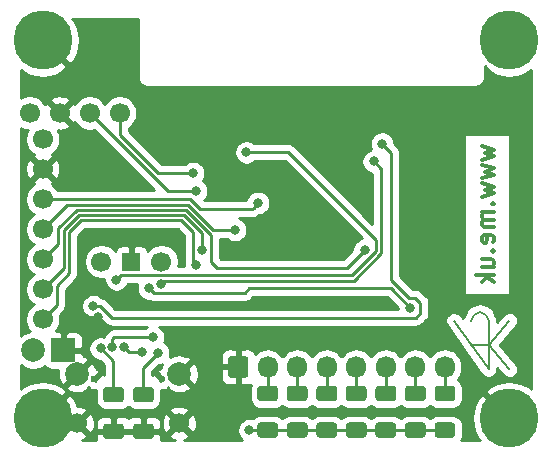
<source format=gbr>
%TF.GenerationSoftware,KiCad,Pcbnew,(5.1.9-0-10_14)*%
%TF.CreationDate,2021-03-09T10:31:21+00:00*%
%TF.ProjectId,OLED,4f4c4544-2e6b-4696-9361-645f70636258,rev?*%
%TF.SameCoordinates,Original*%
%TF.FileFunction,Copper,L2,Bot*%
%TF.FilePolarity,Positive*%
%FSLAX46Y46*%
G04 Gerber Fmt 4.6, Leading zero omitted, Abs format (unit mm)*
G04 Created by KiCad (PCBNEW (5.1.9-0-10_14)) date 2021-03-09 10:31:21*
%MOMM*%
%LPD*%
G01*
G04 APERTURE LIST*
%TA.AperFunction,NonConductor*%
%ADD10C,0.300000*%
%TD*%
%TA.AperFunction,EtchedComponent*%
%ADD11C,0.200000*%
%TD*%
%TA.AperFunction,ComponentPad*%
%ADD12C,2.000000*%
%TD*%
%TA.AperFunction,ComponentPad*%
%ADD13R,2.000000X2.000000*%
%TD*%
%TA.AperFunction,ComponentPad*%
%ADD14C,5.000000*%
%TD*%
%TA.AperFunction,ComponentPad*%
%ADD15C,1.700000*%
%TD*%
%TA.AperFunction,ComponentPad*%
%ADD16R,1.524000X1.524000*%
%TD*%
%TA.AperFunction,ComponentPad*%
%ADD17O,1.700000X1.850000*%
%TD*%
%TA.AperFunction,ComponentPad*%
%ADD18C,0.600000*%
%TD*%
%TA.AperFunction,ViaPad*%
%ADD19C,0.800000*%
%TD*%
%TA.AperFunction,Conductor*%
%ADD20C,0.250000*%
%TD*%
%TA.AperFunction,Conductor*%
%ADD21C,0.254000*%
%TD*%
%TA.AperFunction,Conductor*%
%ADD22C,0.100000*%
%TD*%
G04 APERTURE END LIST*
D10*
X129678571Y-74464285D02*
X130678571Y-74750000D01*
X129964285Y-75035714D01*
X130678571Y-75321428D01*
X129678571Y-75607142D01*
X129678571Y-76035714D02*
X130678571Y-76321428D01*
X129964285Y-76607142D01*
X130678571Y-76892857D01*
X129678571Y-77178571D01*
X129678571Y-77607142D02*
X130678571Y-77892857D01*
X129964285Y-78178571D01*
X130678571Y-78464285D01*
X129678571Y-78750000D01*
X130535714Y-79321428D02*
X130607142Y-79392857D01*
X130678571Y-79321428D01*
X130607142Y-79250000D01*
X130535714Y-79321428D01*
X130678571Y-79321428D01*
X130678571Y-80035714D02*
X129678571Y-80035714D01*
X129821428Y-80035714D02*
X129750000Y-80107142D01*
X129678571Y-80250000D01*
X129678571Y-80464285D01*
X129750000Y-80607142D01*
X129892857Y-80678571D01*
X130678571Y-80678571D01*
X129892857Y-80678571D02*
X129750000Y-80750000D01*
X129678571Y-80892857D01*
X129678571Y-81107142D01*
X129750000Y-81250000D01*
X129892857Y-81321428D01*
X130678571Y-81321428D01*
X130607142Y-82607142D02*
X130678571Y-82464285D01*
X130678571Y-82178571D01*
X130607142Y-82035714D01*
X130464285Y-81964285D01*
X129892857Y-81964285D01*
X129750000Y-82035714D01*
X129678571Y-82178571D01*
X129678571Y-82464285D01*
X129750000Y-82607142D01*
X129892857Y-82678571D01*
X130035714Y-82678571D01*
X130178571Y-81964285D01*
X130535714Y-83321428D02*
X130607142Y-83392857D01*
X130678571Y-83321428D01*
X130607142Y-83250000D01*
X130535714Y-83321428D01*
X130678571Y-83321428D01*
X129678571Y-84678571D02*
X130678571Y-84678571D01*
X129678571Y-84035714D02*
X130464285Y-84035714D01*
X130607142Y-84107142D01*
X130678571Y-84250000D01*
X130678571Y-84464285D01*
X130607142Y-84607142D01*
X130535714Y-84678571D01*
X130678571Y-85392857D02*
X129178571Y-85392857D01*
X130107142Y-85535714D02*
X130678571Y-85964285D01*
X129678571Y-85964285D02*
X130250000Y-85392857D01*
D11*
%TO.C,REF\u002A\u002A*%
X127314120Y-89232350D02*
X130255300Y-93350000D01*
X130255300Y-89232350D02*
X130039938Y-88712421D01*
X130255300Y-93350000D02*
X130255300Y-89232350D01*
X129520006Y-88497060D02*
X129000074Y-88712421D01*
X130039938Y-88712421D02*
X129520006Y-88497060D01*
X129000074Y-88712421D02*
X128784712Y-89232350D01*
X130255290Y-91291180D02*
X132020000Y-89232350D01*
X130255300Y-91291000D02*
X128784700Y-91291000D01*
X132020000Y-93350000D02*
X130255290Y-91291180D01*
%TD*%
D12*
%TO.P,J2,2*%
%TO.N,Net-(J1-PadA4)*%
X91710000Y-91750000D03*
D13*
%TO.P,J2,1*%
%TO.N,GND*%
X94250000Y-91750000D03*
%TD*%
D14*
%TO.P,M2,S*%
%TO.N,GND*%
X92500000Y-65500000D03*
X92500000Y-97500000D03*
X132000000Y-97500000D03*
X132000000Y-65500000D03*
D15*
%TO.P,M2,7*%
%TO.N,OLED-RST*%
X92500000Y-89120000D03*
%TO.P,M2,6*%
%TO.N,OLED-DC*%
X92500000Y-86580000D03*
%TO.P,M2,5*%
%TO.N,OLED-CS0*%
X92500000Y-84040000D03*
%TO.P,M2,4*%
%TO.N,OLED-SCLK*%
X92500000Y-81500000D03*
%TO.P,M2,3*%
%TO.N,OLED-MOSI*%
X92500000Y-78960000D03*
%TO.P,M2,2*%
%TO.N,GND*%
X92500000Y-76420000D03*
%TO.P,M2,1*%
%TO.N,+3V3*%
X92500000Y-73880000D03*
%TD*%
%TO.P,R9,2*%
%TO.N,+3V3*%
%TA.AperFunction,SMDPad,CuDef*%
G36*
G01*
X125925000Y-97850000D02*
X127175000Y-97850000D01*
G75*
G02*
X127425000Y-98100000I0J-250000D01*
G01*
X127425000Y-98900000D01*
G75*
G02*
X127175000Y-99150000I-250000J0D01*
G01*
X125925000Y-99150000D01*
G75*
G02*
X125675000Y-98900000I0J250000D01*
G01*
X125675000Y-98100000D01*
G75*
G02*
X125925000Y-97850000I250000J0D01*
G01*
G37*
%TD.AperFunction*%
%TO.P,R9,1*%
%TO.N,IO7*%
%TA.AperFunction,SMDPad,CuDef*%
G36*
G01*
X125925000Y-94750000D02*
X127175000Y-94750000D01*
G75*
G02*
X127425000Y-95000000I0J-250000D01*
G01*
X127425000Y-95800000D01*
G75*
G02*
X127175000Y-96050000I-250000J0D01*
G01*
X125925000Y-96050000D01*
G75*
G02*
X125675000Y-95800000I0J250000D01*
G01*
X125675000Y-95000000D01*
G75*
G02*
X125925000Y-94750000I250000J0D01*
G01*
G37*
%TD.AperFunction*%
%TD*%
%TO.P,R8,2*%
%TO.N,+3V3*%
%TA.AperFunction,SMDPad,CuDef*%
G36*
G01*
X123425000Y-97850000D02*
X124675000Y-97850000D01*
G75*
G02*
X124925000Y-98100000I0J-250000D01*
G01*
X124925000Y-98900000D01*
G75*
G02*
X124675000Y-99150000I-250000J0D01*
G01*
X123425000Y-99150000D01*
G75*
G02*
X123175000Y-98900000I0J250000D01*
G01*
X123175000Y-98100000D01*
G75*
G02*
X123425000Y-97850000I250000J0D01*
G01*
G37*
%TD.AperFunction*%
%TO.P,R8,1*%
%TO.N,IO6*%
%TA.AperFunction,SMDPad,CuDef*%
G36*
G01*
X123425000Y-94750000D02*
X124675000Y-94750000D01*
G75*
G02*
X124925000Y-95000000I0J-250000D01*
G01*
X124925000Y-95800000D01*
G75*
G02*
X124675000Y-96050000I-250000J0D01*
G01*
X123425000Y-96050000D01*
G75*
G02*
X123175000Y-95800000I0J250000D01*
G01*
X123175000Y-95000000D01*
G75*
G02*
X123425000Y-94750000I250000J0D01*
G01*
G37*
%TD.AperFunction*%
%TD*%
%TO.P,R7,2*%
%TO.N,+3V3*%
%TA.AperFunction,SMDPad,CuDef*%
G36*
G01*
X120925000Y-97850000D02*
X122175000Y-97850000D01*
G75*
G02*
X122425000Y-98100000I0J-250000D01*
G01*
X122425000Y-98900000D01*
G75*
G02*
X122175000Y-99150000I-250000J0D01*
G01*
X120925000Y-99150000D01*
G75*
G02*
X120675000Y-98900000I0J250000D01*
G01*
X120675000Y-98100000D01*
G75*
G02*
X120925000Y-97850000I250000J0D01*
G01*
G37*
%TD.AperFunction*%
%TO.P,R7,1*%
%TO.N,IO5*%
%TA.AperFunction,SMDPad,CuDef*%
G36*
G01*
X120925000Y-94750000D02*
X122175000Y-94750000D01*
G75*
G02*
X122425000Y-95000000I0J-250000D01*
G01*
X122425000Y-95800000D01*
G75*
G02*
X122175000Y-96050000I-250000J0D01*
G01*
X120925000Y-96050000D01*
G75*
G02*
X120675000Y-95800000I0J250000D01*
G01*
X120675000Y-95000000D01*
G75*
G02*
X120925000Y-94750000I250000J0D01*
G01*
G37*
%TD.AperFunction*%
%TD*%
%TO.P,R6,2*%
%TO.N,+3V3*%
%TA.AperFunction,SMDPad,CuDef*%
G36*
G01*
X118425000Y-97850000D02*
X119675000Y-97850000D01*
G75*
G02*
X119925000Y-98100000I0J-250000D01*
G01*
X119925000Y-98900000D01*
G75*
G02*
X119675000Y-99150000I-250000J0D01*
G01*
X118425000Y-99150000D01*
G75*
G02*
X118175000Y-98900000I0J250000D01*
G01*
X118175000Y-98100000D01*
G75*
G02*
X118425000Y-97850000I250000J0D01*
G01*
G37*
%TD.AperFunction*%
%TO.P,R6,1*%
%TO.N,IO4*%
%TA.AperFunction,SMDPad,CuDef*%
G36*
G01*
X118425000Y-94750000D02*
X119675000Y-94750000D01*
G75*
G02*
X119925000Y-95000000I0J-250000D01*
G01*
X119925000Y-95800000D01*
G75*
G02*
X119675000Y-96050000I-250000J0D01*
G01*
X118425000Y-96050000D01*
G75*
G02*
X118175000Y-95800000I0J250000D01*
G01*
X118175000Y-95000000D01*
G75*
G02*
X118425000Y-94750000I250000J0D01*
G01*
G37*
%TD.AperFunction*%
%TD*%
%TO.P,R5,2*%
%TO.N,+3V3*%
%TA.AperFunction,SMDPad,CuDef*%
G36*
G01*
X115925000Y-97850000D02*
X117175000Y-97850000D01*
G75*
G02*
X117425000Y-98100000I0J-250000D01*
G01*
X117425000Y-98900000D01*
G75*
G02*
X117175000Y-99150000I-250000J0D01*
G01*
X115925000Y-99150000D01*
G75*
G02*
X115675000Y-98900000I0J250000D01*
G01*
X115675000Y-98100000D01*
G75*
G02*
X115925000Y-97850000I250000J0D01*
G01*
G37*
%TD.AperFunction*%
%TO.P,R5,1*%
%TO.N,IO3*%
%TA.AperFunction,SMDPad,CuDef*%
G36*
G01*
X115925000Y-94750000D02*
X117175000Y-94750000D01*
G75*
G02*
X117425000Y-95000000I0J-250000D01*
G01*
X117425000Y-95800000D01*
G75*
G02*
X117175000Y-96050000I-250000J0D01*
G01*
X115925000Y-96050000D01*
G75*
G02*
X115675000Y-95800000I0J250000D01*
G01*
X115675000Y-95000000D01*
G75*
G02*
X115925000Y-94750000I250000J0D01*
G01*
G37*
%TD.AperFunction*%
%TD*%
%TO.P,R4,2*%
%TO.N,+3V3*%
%TA.AperFunction,SMDPad,CuDef*%
G36*
G01*
X113425000Y-97850000D02*
X114675000Y-97850000D01*
G75*
G02*
X114925000Y-98100000I0J-250000D01*
G01*
X114925000Y-98900000D01*
G75*
G02*
X114675000Y-99150000I-250000J0D01*
G01*
X113425000Y-99150000D01*
G75*
G02*
X113175000Y-98900000I0J250000D01*
G01*
X113175000Y-98100000D01*
G75*
G02*
X113425000Y-97850000I250000J0D01*
G01*
G37*
%TD.AperFunction*%
%TO.P,R4,1*%
%TO.N,IO2*%
%TA.AperFunction,SMDPad,CuDef*%
G36*
G01*
X113425000Y-94750000D02*
X114675000Y-94750000D01*
G75*
G02*
X114925000Y-95000000I0J-250000D01*
G01*
X114925000Y-95800000D01*
G75*
G02*
X114675000Y-96050000I-250000J0D01*
G01*
X113425000Y-96050000D01*
G75*
G02*
X113175000Y-95800000I0J250000D01*
G01*
X113175000Y-95000000D01*
G75*
G02*
X113425000Y-94750000I250000J0D01*
G01*
G37*
%TD.AperFunction*%
%TD*%
%TO.P,R3,2*%
%TO.N,+3V3*%
%TA.AperFunction,SMDPad,CuDef*%
G36*
G01*
X110925000Y-97850000D02*
X112175000Y-97850000D01*
G75*
G02*
X112425000Y-98100000I0J-250000D01*
G01*
X112425000Y-98900000D01*
G75*
G02*
X112175000Y-99150000I-250000J0D01*
G01*
X110925000Y-99150000D01*
G75*
G02*
X110675000Y-98900000I0J250000D01*
G01*
X110675000Y-98100000D01*
G75*
G02*
X110925000Y-97850000I250000J0D01*
G01*
G37*
%TD.AperFunction*%
%TO.P,R3,1*%
%TO.N,IO1*%
%TA.AperFunction,SMDPad,CuDef*%
G36*
G01*
X110925000Y-94750000D02*
X112175000Y-94750000D01*
G75*
G02*
X112425000Y-95000000I0J-250000D01*
G01*
X112425000Y-95800000D01*
G75*
G02*
X112175000Y-96050000I-250000J0D01*
G01*
X110925000Y-96050000D01*
G75*
G02*
X110675000Y-95800000I0J250000D01*
G01*
X110675000Y-95000000D01*
G75*
G02*
X110925000Y-94750000I250000J0D01*
G01*
G37*
%TD.AperFunction*%
%TD*%
%TO.P,M3,4*%
%TO.N,CO2-SDA*%
X99020000Y-71650000D03*
%TO.P,M3,3*%
%TO.N,CO2-SCL*%
X96480000Y-71650000D03*
%TO.P,M3,2*%
%TO.N,GND*%
X93940000Y-71650000D03*
%TO.P,M3,1*%
%TO.N,+3V3*%
X91400000Y-71650000D03*
%TD*%
%TO.P,R2,2*%
%TO.N,GND*%
%TA.AperFunction,SMDPad,CuDef*%
G36*
G01*
X97865000Y-97950000D02*
X99115000Y-97950000D01*
G75*
G02*
X99365000Y-98200000I0J-250000D01*
G01*
X99365000Y-99000000D01*
G75*
G02*
X99115000Y-99250000I-250000J0D01*
G01*
X97865000Y-99250000D01*
G75*
G02*
X97615000Y-99000000I0J250000D01*
G01*
X97615000Y-98200000D01*
G75*
G02*
X97865000Y-97950000I250000J0D01*
G01*
G37*
%TD.AperFunction*%
%TO.P,R2,1*%
%TO.N,Net-(J1-PadA5)*%
%TA.AperFunction,SMDPad,CuDef*%
G36*
G01*
X97865000Y-94850000D02*
X99115000Y-94850000D01*
G75*
G02*
X99365000Y-95100000I0J-250000D01*
G01*
X99365000Y-95900000D01*
G75*
G02*
X99115000Y-96150000I-250000J0D01*
G01*
X97865000Y-96150000D01*
G75*
G02*
X97615000Y-95900000I0J250000D01*
G01*
X97615000Y-95100000D01*
G75*
G02*
X97865000Y-94850000I250000J0D01*
G01*
G37*
%TD.AperFunction*%
%TD*%
%TO.P,R1,2*%
%TO.N,GND*%
%TA.AperFunction,SMDPad,CuDef*%
G36*
G01*
X100405000Y-97950000D02*
X101655000Y-97950000D01*
G75*
G02*
X101905000Y-98200000I0J-250000D01*
G01*
X101905000Y-99000000D01*
G75*
G02*
X101655000Y-99250000I-250000J0D01*
G01*
X100405000Y-99250000D01*
G75*
G02*
X100155000Y-99000000I0J250000D01*
G01*
X100155000Y-98200000D01*
G75*
G02*
X100405000Y-97950000I250000J0D01*
G01*
G37*
%TD.AperFunction*%
%TO.P,R1,1*%
%TO.N,Net-(J1-PadB5)*%
%TA.AperFunction,SMDPad,CuDef*%
G36*
G01*
X100405000Y-94850000D02*
X101655000Y-94850000D01*
G75*
G02*
X101905000Y-95100000I0J-250000D01*
G01*
X101905000Y-95900000D01*
G75*
G02*
X101655000Y-96150000I-250000J0D01*
G01*
X100405000Y-96150000D01*
G75*
G02*
X100155000Y-95900000I0J250000D01*
G01*
X100155000Y-95100000D01*
G75*
G02*
X100405000Y-94850000I250000J0D01*
G01*
G37*
%TD.AperFunction*%
%TD*%
%TO.P,M1,4*%
%TO.N,+3V3*%
X102560000Y-84230000D03*
D16*
%TO.P,M1,3*%
%TO.N,GND*%
X100020000Y-84230000D03*
D15*
%TO.P,M1,2*%
%TO.N,Net-(J1-PadA4)*%
X97480000Y-84230000D03*
%TD*%
D17*
%TO.P,J3,8*%
%TO.N,IO7*%
X126550000Y-93150000D03*
%TO.P,J3,7*%
%TO.N,IO6*%
X124050000Y-93150000D03*
%TO.P,J3,6*%
%TO.N,IO5*%
X121550000Y-93150000D03*
%TO.P,J3,5*%
%TO.N,IO4*%
X119050000Y-93150000D03*
%TO.P,J3,4*%
%TO.N,IO3*%
X116550000Y-93150000D03*
%TO.P,J3,3*%
%TO.N,IO2*%
X114050000Y-93150000D03*
%TO.P,J3,2*%
%TO.N,IO1*%
X111550000Y-93150000D03*
%TO.P,J3,1*%
%TO.N,GND*%
%TA.AperFunction,ComponentPad*%
G36*
G01*
X108200000Y-93825000D02*
X108200000Y-92475000D01*
G75*
G02*
X108450000Y-92225000I250000J0D01*
G01*
X109650000Y-92225000D01*
G75*
G02*
X109900000Y-92475000I0J-250000D01*
G01*
X109900000Y-93825000D01*
G75*
G02*
X109650000Y-94075000I-250000J0D01*
G01*
X108450000Y-94075000D01*
G75*
G02*
X108200000Y-93825000I0J250000D01*
G01*
G37*
%TD.AperFunction*%
%TD*%
D15*
%TO.P,J1,S1*%
%TO.N,GND*%
X104075000Y-97905000D03*
X95425000Y-97905000D03*
D12*
X104075000Y-93725000D03*
X95425000Y-93725000D03*
D18*
X102640000Y-94205000D03*
X96860000Y-94205000D03*
%TD*%
D19*
%TO.N,Net-(J1-PadA7)*%
X101831940Y-90631165D03*
X98398044Y-91499259D03*
%TO.N,Net-(J1-PadA6)*%
X100950065Y-91899960D03*
X99396733Y-91447838D03*
%TO.N,Net-(J1-PadA5)*%
X97400976Y-91575940D03*
%TO.N,Net-(J1-PadB5)*%
X102272627Y-91964988D03*
%TO.N,Net-(U1-Pad16)*%
X98750000Y-85750000D03*
X109750000Y-74975010D03*
%TO.N,Net-(U1-Pad15)*%
X120524990Y-75750000D03*
X102547218Y-86130011D03*
%TO.N,Net-(U1-Pad14)*%
X123634841Y-88134841D03*
X101500000Y-86500000D03*
%TO.N,Net-(U1-Pad2)*%
X121250000Y-74250000D03*
X96786210Y-87989109D03*
%TO.N,GND*%
X97200843Y-88935633D03*
%TO.N,+3V3*%
X110000000Y-98500000D03*
%TO.N,OLED-RST*%
X105500000Y-84500000D03*
%TO.N,OLED-DC*%
X105975010Y-83262660D03*
%TO.N,OLED-CS0*%
X119750000Y-83250000D03*
%TO.N,OLED-SCLK*%
X108792885Y-81542885D03*
%TO.N,OLED-MOSI*%
X110750000Y-79250000D03*
%TO.N,CO2-SDA*%
X105250000Y-76750000D03*
%TO.N,CO2-SCL*%
X105500000Y-78250000D03*
%TD*%
D20*
%TO.N,Net-(J1-PadA7)*%
X98568245Y-90631165D02*
X98398044Y-90801366D01*
X101831940Y-90631165D02*
X98568245Y-90631165D01*
X98398044Y-90801366D02*
X98398044Y-91499259D01*
%TO.N,Net-(J1-PadA6)*%
X100950065Y-91899960D02*
X99848855Y-91899960D01*
X99848855Y-91899960D02*
X99396733Y-91447838D01*
%TO.N,Net-(J1-PadA5)*%
X98490000Y-95500000D02*
X98490000Y-92664964D01*
X98490000Y-92664964D02*
X97400976Y-91575940D01*
%TO.N,Net-(J1-PadB5)*%
X101030000Y-95500000D02*
X101030000Y-93207615D01*
X101030000Y-93207615D02*
X102272627Y-91964988D01*
%TO.N,Net-(U1-Pad16)*%
X99094999Y-85405001D02*
X118668003Y-85405001D01*
X110315685Y-74975010D02*
X109750000Y-74975010D01*
X98750000Y-85750000D02*
X99094999Y-85405001D01*
X120725002Y-82401998D02*
X113298014Y-74975010D01*
X113298014Y-74975010D02*
X110315685Y-74975010D01*
X118668003Y-85405001D02*
X120725002Y-83348002D01*
X120725002Y-83348002D02*
X120725002Y-82401998D01*
%TO.N,Net-(U1-Pad15)*%
X121175013Y-83534402D02*
X118854403Y-85855012D01*
X121175013Y-76400023D02*
X121175013Y-83534402D01*
X120524990Y-75750000D02*
X121175013Y-76400023D01*
X118854403Y-85855012D02*
X102822217Y-85855012D01*
X102822217Y-85855012D02*
X102547218Y-86130011D01*
%TO.N,Net-(U1-Pad14)*%
X110000000Y-86500000D02*
X110750000Y-86500000D01*
X110000000Y-86500000D02*
X122000000Y-86500000D01*
X122000000Y-86500000D02*
X123634841Y-88134841D01*
X101899999Y-86899999D02*
X109600001Y-86899999D01*
X109600001Y-86899999D02*
X110000000Y-86500000D01*
X101500000Y-86500000D02*
X101899999Y-86899999D01*
%TO.N,Net-(U1-Pad2)*%
X122000000Y-85750000D02*
X122000000Y-75000000D01*
X123524998Y-87274998D02*
X122000000Y-85750000D01*
X122000000Y-75000000D02*
X121250000Y-74250000D01*
X124024998Y-87274998D02*
X123524998Y-87274998D01*
X124475002Y-87725002D02*
X124024998Y-87274998D01*
X124475002Y-88598002D02*
X124475002Y-87725002D01*
X124098002Y-88975002D02*
X124475002Y-88598002D01*
X98337788Y-88975002D02*
X124098002Y-88975002D01*
X97351895Y-87989109D02*
X98337788Y-88975002D01*
X96786210Y-87989109D02*
X97351895Y-87989109D01*
%TO.N,GND*%
X94250000Y-91750000D02*
X94250000Y-90500000D01*
X95814367Y-88935633D02*
X97200843Y-88935633D01*
X94250000Y-90500000D02*
X95814367Y-88935633D01*
%TO.N,+3V3*%
X110000000Y-98500000D02*
X111550000Y-98500000D01*
X111550000Y-98500000D02*
X114050000Y-98500000D01*
X114050000Y-98500000D02*
X116550000Y-98500000D01*
X116550000Y-98500000D02*
X119050000Y-98500000D01*
X119050000Y-98500000D02*
X121550000Y-98500000D01*
X121550000Y-98500000D02*
X124050000Y-98500000D01*
X124050000Y-98500000D02*
X126550000Y-98500000D01*
%TO.N,OLED-RST*%
X105250000Y-84250000D02*
X105500000Y-84500000D01*
X104250000Y-80750000D02*
X105250000Y-81750000D01*
X95750000Y-80750000D02*
X104250000Y-80750000D01*
X94735499Y-85235499D02*
X94735499Y-81764501D01*
X93675001Y-86295997D02*
X94735499Y-85235499D01*
X94735499Y-81764501D02*
X95750000Y-80750000D01*
X105250000Y-81750000D02*
X105250000Y-84250000D01*
X93675001Y-87944999D02*
X93675001Y-86295997D01*
X92500000Y-89120000D02*
X93675001Y-87944999D01*
%TO.N,OLED-DC*%
X105975010Y-81838599D02*
X105975010Y-83262660D01*
X92500000Y-86580000D02*
X94285488Y-84794512D01*
X104436400Y-80299989D02*
X105975010Y-81838599D01*
X95563600Y-80299989D02*
X104436400Y-80299989D01*
X94285488Y-84794512D02*
X94285488Y-81578101D01*
X94285488Y-81578101D02*
X95563600Y-80299989D01*
%TO.N,OLED-CS0*%
X93835477Y-81391701D02*
X95377200Y-79849978D01*
X92500000Y-84040000D02*
X93835477Y-82704523D01*
X93835477Y-82704523D02*
X93835477Y-81391701D01*
X95377200Y-79849978D02*
X104622800Y-79849978D01*
X104622800Y-79849978D02*
X106761411Y-81988589D01*
X106761411Y-81988589D02*
X106761411Y-84261411D01*
X106761411Y-84261411D02*
X107250000Y-84750000D01*
X118250000Y-84750000D02*
X119750000Y-83250000D01*
X107250000Y-84750000D02*
X118250000Y-84750000D01*
%TO.N,OLED-SCLK*%
X94600033Y-79399967D02*
X104809200Y-79399967D01*
X92500000Y-81500000D02*
X94600033Y-79399967D01*
X106952118Y-81542885D02*
X108792885Y-81542885D01*
X104809200Y-79399967D02*
X106952118Y-81542885D01*
%TO.N,OLED-MOSI*%
X92500000Y-78960000D02*
X92510044Y-78949956D01*
X92510044Y-78949956D02*
X104995600Y-78949956D01*
X104995600Y-78949956D02*
X105855643Y-79809999D01*
X105855643Y-79809999D02*
X110190001Y-79809999D01*
X110190001Y-79809999D02*
X110350001Y-79649999D01*
X110350001Y-79649999D02*
X110750000Y-79250000D01*
%TO.N,CO2-SDA*%
X99020000Y-71650000D02*
X99020000Y-73520000D01*
X102250000Y-76750000D02*
X104250000Y-76750000D01*
X99020000Y-73520000D02*
X102250000Y-76750000D01*
X104250000Y-76750000D02*
X105250000Y-76750000D01*
%TO.N,CO2-SCL*%
X103080000Y-78250000D02*
X105500000Y-78250000D01*
X96480000Y-71650000D02*
X103080000Y-78250000D01*
%TO.N,IO7*%
X126550000Y-95400000D02*
X126550000Y-93150000D01*
%TO.N,IO6*%
X124050000Y-95400000D02*
X124050000Y-93150000D01*
%TO.N,IO5*%
X121550000Y-95400000D02*
X121550000Y-93150000D01*
%TO.N,IO4*%
X119050000Y-95400000D02*
X119050000Y-93150000D01*
%TO.N,IO3*%
X116550000Y-95400000D02*
X116550000Y-93150000D01*
%TO.N,IO2*%
X114050000Y-95400000D02*
X114050000Y-93150000D01*
%TO.N,IO1*%
X111550000Y-95400000D02*
X111550000Y-93150000D01*
%TD*%
D21*
%TO.N,GND*%
X100590001Y-68717571D02*
X100586807Y-68750000D01*
X100599550Y-68879383D01*
X100637290Y-69003793D01*
X100698575Y-69118450D01*
X100781052Y-69218948D01*
X100881550Y-69301425D01*
X100996207Y-69362710D01*
X101120617Y-69400450D01*
X101217581Y-69410000D01*
X101250000Y-69413193D01*
X101282419Y-69410000D01*
X129217581Y-69410000D01*
X129250000Y-69413193D01*
X129282419Y-69410000D01*
X129379383Y-69400450D01*
X129503793Y-69362710D01*
X129618450Y-69301425D01*
X129718948Y-69218948D01*
X129801425Y-69118450D01*
X129862710Y-69003793D01*
X129900450Y-68879383D01*
X129913193Y-68750000D01*
X129910000Y-68717581D01*
X129910000Y-67769608D01*
X129976458Y-67703150D01*
X130252627Y-68121118D01*
X130797557Y-68411649D01*
X131388696Y-68590287D01*
X132003328Y-68650168D01*
X132617831Y-68588990D01*
X133208592Y-68409103D01*
X133747373Y-68121118D01*
X133840000Y-67980931D01*
X133840001Y-95019070D01*
X133747373Y-94878882D01*
X133202443Y-94588351D01*
X132611304Y-94409713D01*
X131996672Y-94349832D01*
X131382169Y-94411010D01*
X130791408Y-94590897D01*
X130252627Y-94878882D01*
X129976457Y-95296852D01*
X132000000Y-97320395D01*
X132014143Y-97306253D01*
X132193748Y-97485858D01*
X132179605Y-97500000D01*
X132193748Y-97514143D01*
X132014143Y-97693748D01*
X132000000Y-97679605D01*
X131985858Y-97693748D01*
X131806253Y-97514143D01*
X131820395Y-97500000D01*
X129796852Y-95476457D01*
X129378882Y-95752627D01*
X129088351Y-96297557D01*
X128909713Y-96888696D01*
X128849832Y-97503328D01*
X128911010Y-98117831D01*
X129090897Y-98708592D01*
X129378882Y-99247373D01*
X129519069Y-99340000D01*
X127941941Y-99340000D01*
X127995472Y-99239850D01*
X128046008Y-99073254D01*
X128063072Y-98900000D01*
X128063072Y-98100000D01*
X128046008Y-97926746D01*
X127995472Y-97760150D01*
X127913405Y-97606614D01*
X127802962Y-97472038D01*
X127668386Y-97361595D01*
X127514850Y-97279528D01*
X127348254Y-97228992D01*
X127175000Y-97211928D01*
X125925000Y-97211928D01*
X125751746Y-97228992D01*
X125585150Y-97279528D01*
X125431614Y-97361595D01*
X125300000Y-97469607D01*
X125168386Y-97361595D01*
X125014850Y-97279528D01*
X124848254Y-97228992D01*
X124675000Y-97211928D01*
X123425000Y-97211928D01*
X123251746Y-97228992D01*
X123085150Y-97279528D01*
X122931614Y-97361595D01*
X122800000Y-97469607D01*
X122668386Y-97361595D01*
X122514850Y-97279528D01*
X122348254Y-97228992D01*
X122175000Y-97211928D01*
X120925000Y-97211928D01*
X120751746Y-97228992D01*
X120585150Y-97279528D01*
X120431614Y-97361595D01*
X120300000Y-97469607D01*
X120168386Y-97361595D01*
X120014850Y-97279528D01*
X119848254Y-97228992D01*
X119675000Y-97211928D01*
X118425000Y-97211928D01*
X118251746Y-97228992D01*
X118085150Y-97279528D01*
X117931614Y-97361595D01*
X117800000Y-97469607D01*
X117668386Y-97361595D01*
X117514850Y-97279528D01*
X117348254Y-97228992D01*
X117175000Y-97211928D01*
X115925000Y-97211928D01*
X115751746Y-97228992D01*
X115585150Y-97279528D01*
X115431614Y-97361595D01*
X115300000Y-97469607D01*
X115168386Y-97361595D01*
X115014850Y-97279528D01*
X114848254Y-97228992D01*
X114675000Y-97211928D01*
X113425000Y-97211928D01*
X113251746Y-97228992D01*
X113085150Y-97279528D01*
X112931614Y-97361595D01*
X112800000Y-97469607D01*
X112668386Y-97361595D01*
X112514850Y-97279528D01*
X112348254Y-97228992D01*
X112175000Y-97211928D01*
X110925000Y-97211928D01*
X110751746Y-97228992D01*
X110585150Y-97279528D01*
X110431614Y-97361595D01*
X110297038Y-97472038D01*
X110274625Y-97499349D01*
X110101939Y-97465000D01*
X109898061Y-97465000D01*
X109698102Y-97504774D01*
X109509744Y-97582795D01*
X109340226Y-97696063D01*
X109196063Y-97840226D01*
X109082795Y-98009744D01*
X109004774Y-98198102D01*
X108965000Y-98398061D01*
X108965000Y-98601939D01*
X109004774Y-98801898D01*
X109082795Y-98990256D01*
X109196063Y-99159774D01*
X109340226Y-99303937D01*
X109394198Y-99340000D01*
X104471406Y-99340000D01*
X104708747Y-99255919D01*
X104846157Y-99182472D01*
X104923792Y-98933397D01*
X104075000Y-98084605D01*
X103226208Y-98933397D01*
X103303843Y-99182472D01*
X103567883Y-99308371D01*
X103692490Y-99340000D01*
X102534208Y-99340000D01*
X102543072Y-99250000D01*
X102540000Y-98885750D01*
X102381250Y-98727000D01*
X101157000Y-98727000D01*
X101157000Y-98747000D01*
X100903000Y-98747000D01*
X100903000Y-98727000D01*
X98617000Y-98727000D01*
X98617000Y-98747000D01*
X98363000Y-98747000D01*
X98363000Y-98727000D01*
X97138750Y-98727000D01*
X96980000Y-98885750D01*
X96976928Y-99250000D01*
X96985792Y-99340000D01*
X95821406Y-99340000D01*
X96058747Y-99255919D01*
X96196157Y-99182472D01*
X96273792Y-98933397D01*
X95558126Y-98217731D01*
X95590287Y-98111304D01*
X95609873Y-97910268D01*
X96453397Y-98753792D01*
X96702472Y-98676157D01*
X96828371Y-98412117D01*
X96900339Y-98128589D01*
X96909675Y-97950000D01*
X96976928Y-97950000D01*
X96980000Y-98314250D01*
X97138750Y-98473000D01*
X98363000Y-98473000D01*
X98363000Y-97473750D01*
X98617000Y-97473750D01*
X98617000Y-98473000D01*
X100903000Y-98473000D01*
X100903000Y-97473750D01*
X101157000Y-97473750D01*
X101157000Y-98473000D01*
X102381250Y-98473000D01*
X102540000Y-98314250D01*
X102542873Y-97973531D01*
X102584389Y-97973531D01*
X102626401Y-98263019D01*
X102724081Y-98538747D01*
X102797528Y-98676157D01*
X103046603Y-98753792D01*
X103895395Y-97905000D01*
X104254605Y-97905000D01*
X105103397Y-98753792D01*
X105352472Y-98676157D01*
X105478371Y-98412117D01*
X105550339Y-98128589D01*
X105565611Y-97836469D01*
X105523599Y-97546981D01*
X105425919Y-97271253D01*
X105352472Y-97133843D01*
X105103397Y-97056208D01*
X104254605Y-97905000D01*
X103895395Y-97905000D01*
X103046603Y-97056208D01*
X102797528Y-97133843D01*
X102671629Y-97397883D01*
X102599661Y-97681411D01*
X102584389Y-97973531D01*
X102542873Y-97973531D01*
X102543072Y-97950000D01*
X102530812Y-97825518D01*
X102494502Y-97705820D01*
X102435537Y-97595506D01*
X102356185Y-97498815D01*
X102259494Y-97419463D01*
X102149180Y-97360498D01*
X102029482Y-97324188D01*
X101905000Y-97311928D01*
X101315750Y-97315000D01*
X101157000Y-97473750D01*
X100903000Y-97473750D01*
X100744250Y-97315000D01*
X100155000Y-97311928D01*
X100030518Y-97324188D01*
X99910820Y-97360498D01*
X99800506Y-97419463D01*
X99760000Y-97452705D01*
X99719494Y-97419463D01*
X99609180Y-97360498D01*
X99489482Y-97324188D01*
X99365000Y-97311928D01*
X98775750Y-97315000D01*
X98617000Y-97473750D01*
X98363000Y-97473750D01*
X98204250Y-97315000D01*
X97615000Y-97311928D01*
X97490518Y-97324188D01*
X97370820Y-97360498D01*
X97260506Y-97419463D01*
X97163815Y-97498815D01*
X97084463Y-97595506D01*
X97025498Y-97705820D01*
X96989188Y-97825518D01*
X96976928Y-97950000D01*
X96909675Y-97950000D01*
X96915611Y-97836469D01*
X96873599Y-97546981D01*
X96775919Y-97271253D01*
X96702472Y-97133843D01*
X96453397Y-97056208D01*
X95611010Y-97898595D01*
X95649784Y-97500611D01*
X96273792Y-96876603D01*
X103226208Y-96876603D01*
X104075000Y-97725395D01*
X104923792Y-96876603D01*
X104846157Y-96627528D01*
X104582117Y-96501629D01*
X104298589Y-96429661D01*
X104006469Y-96414389D01*
X103716981Y-96456401D01*
X103441253Y-96554081D01*
X103303843Y-96627528D01*
X103226208Y-96876603D01*
X96273792Y-96876603D01*
X96196157Y-96627528D01*
X95932117Y-96501629D01*
X95648589Y-96429661D01*
X95448008Y-96419175D01*
X95409103Y-96291408D01*
X95121118Y-95752627D01*
X94703148Y-95476457D01*
X92679605Y-97500000D01*
X92693748Y-97514143D01*
X92514143Y-97693748D01*
X92500000Y-97679605D01*
X92485858Y-97693748D01*
X92306253Y-97514143D01*
X92320395Y-97500000D01*
X92306253Y-97485858D01*
X92485858Y-97306253D01*
X92500000Y-97320395D01*
X94523543Y-95296852D01*
X94247373Y-94878882D01*
X93702443Y-94588351D01*
X93111304Y-94409713D01*
X92496672Y-94349832D01*
X91882169Y-94411010D01*
X91291408Y-94590897D01*
X90752627Y-94878882D01*
X90660000Y-95019069D01*
X90660000Y-93012239D01*
X90667748Y-93019987D01*
X90935537Y-93198918D01*
X91233088Y-93322168D01*
X91548967Y-93385000D01*
X91871033Y-93385000D01*
X92186912Y-93322168D01*
X92484463Y-93198918D01*
X92694809Y-93058370D01*
X92719463Y-93104494D01*
X92798815Y-93201185D01*
X92895506Y-93280537D01*
X93005820Y-93339502D01*
X93125518Y-93375812D01*
X93250000Y-93388072D01*
X93823723Y-93385604D01*
X93802616Y-93466108D01*
X93783282Y-93787595D01*
X93827039Y-94106675D01*
X93932205Y-94411088D01*
X94025186Y-94585044D01*
X94289587Y-94680808D01*
X95245395Y-93725000D01*
X94906992Y-93386597D01*
X95250000Y-93388072D01*
X95266092Y-93386487D01*
X95425000Y-93545395D01*
X96380808Y-92589587D01*
X96285044Y-92325186D01*
X95995429Y-92184296D01*
X95885515Y-92155478D01*
X95885000Y-92035750D01*
X95726250Y-91877000D01*
X94377000Y-91877000D01*
X94377000Y-91897000D01*
X94123000Y-91897000D01*
X94123000Y-91877000D01*
X94103000Y-91877000D01*
X94103000Y-91623000D01*
X94123000Y-91623000D01*
X94123000Y-90273750D01*
X94377000Y-90273750D01*
X94377000Y-91623000D01*
X95726250Y-91623000D01*
X95885000Y-91464250D01*
X95888072Y-90750000D01*
X95875812Y-90625518D01*
X95839502Y-90505820D01*
X95780537Y-90395506D01*
X95701185Y-90298815D01*
X95604494Y-90219463D01*
X95494180Y-90160498D01*
X95374482Y-90124188D01*
X95250000Y-90111928D01*
X94535750Y-90115000D01*
X94377000Y-90273750D01*
X94123000Y-90273750D01*
X93964250Y-90115000D01*
X93606645Y-90113462D01*
X93653475Y-90066632D01*
X93815990Y-89823411D01*
X93927932Y-89553158D01*
X93985000Y-89266260D01*
X93985000Y-88973740D01*
X93941210Y-88753592D01*
X94186005Y-88508797D01*
X94215002Y-88485000D01*
X94309975Y-88369275D01*
X94380547Y-88237246D01*
X94424004Y-88093985D01*
X94435001Y-87982332D01*
X94435001Y-87982323D01*
X94438677Y-87945000D01*
X94435001Y-87907677D01*
X94435001Y-86610798D01*
X95246503Y-85799297D01*
X95275500Y-85775500D01*
X95370473Y-85659775D01*
X95441045Y-85527746D01*
X95484502Y-85384485D01*
X95495499Y-85272832D01*
X95495499Y-85272824D01*
X95499175Y-85235499D01*
X95495499Y-85198174D01*
X95495499Y-82079302D01*
X96064802Y-81510000D01*
X103935199Y-81510000D01*
X104490000Y-82064802D01*
X104490001Y-84212668D01*
X104486324Y-84250000D01*
X104489015Y-84277326D01*
X104465000Y-84398061D01*
X104465000Y-84601939D01*
X104473565Y-84645001D01*
X103991544Y-84645001D01*
X104045000Y-84376260D01*
X104045000Y-84083740D01*
X103987932Y-83796842D01*
X103875990Y-83526589D01*
X103713475Y-83283368D01*
X103506632Y-83076525D01*
X103263411Y-82914010D01*
X102993158Y-82802068D01*
X102706260Y-82745000D01*
X102413740Y-82745000D01*
X102126842Y-82802068D01*
X101856589Y-82914010D01*
X101613368Y-83076525D01*
X101406525Y-83283368D01*
X101394861Y-83300824D01*
X101371502Y-83223820D01*
X101312537Y-83113506D01*
X101233185Y-83016815D01*
X101136494Y-82937463D01*
X101026180Y-82878498D01*
X100906482Y-82842188D01*
X100782000Y-82829928D01*
X100305750Y-82833000D01*
X100147000Y-82991750D01*
X100147000Y-84103000D01*
X100167000Y-84103000D01*
X100167000Y-84357000D01*
X100147000Y-84357000D01*
X100147000Y-84377000D01*
X99893000Y-84377000D01*
X99893000Y-84357000D01*
X99873000Y-84357000D01*
X99873000Y-84103000D01*
X99893000Y-84103000D01*
X99893000Y-82991750D01*
X99734250Y-82833000D01*
X99258000Y-82829928D01*
X99133518Y-82842188D01*
X99013820Y-82878498D01*
X98903506Y-82937463D01*
X98806815Y-83016815D01*
X98727463Y-83113506D01*
X98668498Y-83223820D01*
X98645139Y-83300824D01*
X98633475Y-83283368D01*
X98426632Y-83076525D01*
X98183411Y-82914010D01*
X97913158Y-82802068D01*
X97626260Y-82745000D01*
X97333740Y-82745000D01*
X97046842Y-82802068D01*
X96776589Y-82914010D01*
X96533368Y-83076525D01*
X96326525Y-83283368D01*
X96164010Y-83526589D01*
X96052068Y-83796842D01*
X95995000Y-84083740D01*
X95995000Y-84376260D01*
X96052068Y-84663158D01*
X96164010Y-84933411D01*
X96326525Y-85176632D01*
X96533368Y-85383475D01*
X96776589Y-85545990D01*
X97046842Y-85657932D01*
X97333740Y-85715000D01*
X97626260Y-85715000D01*
X97715000Y-85697348D01*
X97715000Y-85851939D01*
X97754774Y-86051898D01*
X97832795Y-86240256D01*
X97946063Y-86409774D01*
X98090226Y-86553937D01*
X98259744Y-86667205D01*
X98448102Y-86745226D01*
X98648061Y-86785000D01*
X98851939Y-86785000D01*
X99051898Y-86745226D01*
X99240256Y-86667205D01*
X99409774Y-86553937D01*
X99553937Y-86409774D01*
X99667205Y-86240256D01*
X99698377Y-86165001D01*
X100518485Y-86165001D01*
X100504774Y-86198102D01*
X100465000Y-86398061D01*
X100465000Y-86601939D01*
X100504774Y-86801898D01*
X100582795Y-86990256D01*
X100696063Y-87159774D01*
X100840226Y-87303937D01*
X101009744Y-87417205D01*
X101198102Y-87495226D01*
X101398061Y-87535000D01*
X101475774Y-87535000D01*
X101607752Y-87605545D01*
X101751013Y-87649002D01*
X101862666Y-87659999D01*
X101862676Y-87659999D01*
X101899998Y-87663675D01*
X101937321Y-87659999D01*
X109562679Y-87659999D01*
X109600001Y-87663675D01*
X109637323Y-87659999D01*
X109637334Y-87659999D01*
X109748987Y-87649002D01*
X109892248Y-87605545D01*
X110024277Y-87534973D01*
X110140002Y-87440000D01*
X110163805Y-87410996D01*
X110314801Y-87260000D01*
X121685199Y-87260000D01*
X122599841Y-88174643D01*
X122599841Y-88215002D01*
X98652590Y-88215002D01*
X97915699Y-87478111D01*
X97891896Y-87449108D01*
X97776171Y-87354135D01*
X97644142Y-87283563D01*
X97500934Y-87240122D01*
X97445984Y-87185172D01*
X97276466Y-87071904D01*
X97088108Y-86993883D01*
X96888149Y-86954109D01*
X96684271Y-86954109D01*
X96484312Y-86993883D01*
X96295954Y-87071904D01*
X96126436Y-87185172D01*
X95982273Y-87329335D01*
X95869005Y-87498853D01*
X95790984Y-87687211D01*
X95751210Y-87887170D01*
X95751210Y-88091048D01*
X95790984Y-88291007D01*
X95869005Y-88479365D01*
X95982273Y-88648883D01*
X96126436Y-88793046D01*
X96295954Y-88906314D01*
X96484312Y-88984335D01*
X96684271Y-89024109D01*
X96888149Y-89024109D01*
X97088108Y-88984335D01*
X97218365Y-88930380D01*
X97773989Y-89486005D01*
X97797787Y-89515003D01*
X97913512Y-89609976D01*
X98045541Y-89680548D01*
X98188802Y-89724005D01*
X98300455Y-89735002D01*
X98300464Y-89735002D01*
X98337787Y-89738678D01*
X98375110Y-89735002D01*
X101310192Y-89735002D01*
X101172166Y-89827228D01*
X101128229Y-89871165D01*
X98605578Y-89871165D01*
X98568245Y-89867488D01*
X98530912Y-89871165D01*
X98419259Y-89882162D01*
X98275998Y-89925619D01*
X98143969Y-89996191D01*
X98028244Y-90091164D01*
X98004441Y-90120168D01*
X97887047Y-90237562D01*
X97858043Y-90261365D01*
X97802915Y-90328540D01*
X97763070Y-90377090D01*
X97716477Y-90464259D01*
X97692498Y-90509120D01*
X97672607Y-90574694D01*
X97502915Y-90540940D01*
X97299037Y-90540940D01*
X97099078Y-90580714D01*
X96910720Y-90658735D01*
X96741202Y-90772003D01*
X96597039Y-90916166D01*
X96483771Y-91085684D01*
X96405750Y-91274042D01*
X96365976Y-91474001D01*
X96365976Y-91677879D01*
X96405750Y-91877838D01*
X96483771Y-92066196D01*
X96597039Y-92235714D01*
X96741202Y-92379877D01*
X96910720Y-92493145D01*
X97099078Y-92571166D01*
X97299037Y-92610940D01*
X97361175Y-92610940D01*
X97730001Y-92979767D01*
X97730001Y-93862166D01*
X97689408Y-93763649D01*
X97687763Y-93760575D01*
X97494541Y-93750064D01*
X97039605Y-94205000D01*
X97053748Y-94219143D01*
X96954566Y-94318324D01*
X96965704Y-94295429D01*
X97047384Y-93983892D01*
X97056719Y-93828676D01*
X97314936Y-93570459D01*
X97304425Y-93377237D01*
X97134397Y-93306438D01*
X97000959Y-93279639D01*
X96917795Y-93038912D01*
X96824814Y-92864956D01*
X96560413Y-92769192D01*
X95604605Y-93725000D01*
X95618748Y-93739143D01*
X95439143Y-93918748D01*
X95425000Y-93904605D01*
X94469192Y-94860413D01*
X94564956Y-95124814D01*
X94854571Y-95265704D01*
X95166108Y-95347384D01*
X95487595Y-95366718D01*
X95806675Y-95322961D01*
X96111088Y-95217795D01*
X96285044Y-95124814D01*
X96378885Y-94865723D01*
X96382500Y-94862108D01*
X96407660Y-94887268D01*
X96415575Y-95032763D01*
X96585603Y-95103562D01*
X96766176Y-95139828D01*
X96950355Y-95140171D01*
X96976928Y-95134936D01*
X96976928Y-95900000D01*
X96993992Y-96073254D01*
X97044528Y-96239850D01*
X97126595Y-96393386D01*
X97237038Y-96527962D01*
X97371614Y-96638405D01*
X97525150Y-96720472D01*
X97691746Y-96771008D01*
X97865000Y-96788072D01*
X99115000Y-96788072D01*
X99288254Y-96771008D01*
X99454850Y-96720472D01*
X99608386Y-96638405D01*
X99742962Y-96527962D01*
X99760000Y-96507201D01*
X99777038Y-96527962D01*
X99911614Y-96638405D01*
X100065150Y-96720472D01*
X100231746Y-96771008D01*
X100405000Y-96788072D01*
X101655000Y-96788072D01*
X101828254Y-96771008D01*
X101994850Y-96720472D01*
X102148386Y-96638405D01*
X102282962Y-96527962D01*
X102393405Y-96393386D01*
X102475472Y-96239850D01*
X102526008Y-96073254D01*
X102543072Y-95900000D01*
X102543072Y-95139205D01*
X102546176Y-95139828D01*
X102730355Y-95140171D01*
X102911061Y-95104574D01*
X103081351Y-95034408D01*
X103084425Y-95032763D01*
X103092340Y-94887268D01*
X103117500Y-94862108D01*
X103121115Y-94865723D01*
X103214956Y-95124814D01*
X103504571Y-95265704D01*
X103816108Y-95347384D01*
X104137595Y-95366718D01*
X104456675Y-95322961D01*
X104761088Y-95217795D01*
X104935044Y-95124814D01*
X105030808Y-94860413D01*
X104075000Y-93904605D01*
X104060858Y-93918748D01*
X103881253Y-93739143D01*
X103895395Y-93725000D01*
X104254605Y-93725000D01*
X105210413Y-94680808D01*
X105474814Y-94585044D01*
X105615704Y-94295429D01*
X105673496Y-94075000D01*
X107561928Y-94075000D01*
X107574188Y-94199482D01*
X107610498Y-94319180D01*
X107669463Y-94429494D01*
X107748815Y-94526185D01*
X107845506Y-94605537D01*
X107955820Y-94664502D01*
X108075518Y-94700812D01*
X108200000Y-94713072D01*
X108764250Y-94710000D01*
X108923000Y-94551250D01*
X108923000Y-93277000D01*
X107723750Y-93277000D01*
X107565000Y-93435750D01*
X107561928Y-94075000D01*
X105673496Y-94075000D01*
X105697384Y-93983892D01*
X105716718Y-93662405D01*
X105672961Y-93343325D01*
X105567795Y-93038912D01*
X105474814Y-92864956D01*
X105210413Y-92769192D01*
X104254605Y-93725000D01*
X103895395Y-93725000D01*
X103881253Y-93710858D01*
X104060858Y-93531253D01*
X104075000Y-93545395D01*
X105030808Y-92589587D01*
X104935044Y-92325186D01*
X104729101Y-92225000D01*
X107561928Y-92225000D01*
X107565000Y-92864250D01*
X107723750Y-93023000D01*
X108923000Y-93023000D01*
X108923000Y-91748750D01*
X109177000Y-91748750D01*
X109177000Y-93023000D01*
X109197000Y-93023000D01*
X109197000Y-93277000D01*
X109177000Y-93277000D01*
X109177000Y-94551250D01*
X109335750Y-94710000D01*
X109900000Y-94713072D01*
X110024482Y-94700812D01*
X110099056Y-94678190D01*
X110053992Y-94826746D01*
X110036928Y-95000000D01*
X110036928Y-95800000D01*
X110053992Y-95973254D01*
X110104528Y-96139850D01*
X110186595Y-96293386D01*
X110297038Y-96427962D01*
X110431614Y-96538405D01*
X110585150Y-96620472D01*
X110751746Y-96671008D01*
X110925000Y-96688072D01*
X112175000Y-96688072D01*
X112348254Y-96671008D01*
X112514850Y-96620472D01*
X112668386Y-96538405D01*
X112800000Y-96430393D01*
X112931614Y-96538405D01*
X113085150Y-96620472D01*
X113251746Y-96671008D01*
X113425000Y-96688072D01*
X114675000Y-96688072D01*
X114848254Y-96671008D01*
X115014850Y-96620472D01*
X115168386Y-96538405D01*
X115300000Y-96430393D01*
X115431614Y-96538405D01*
X115585150Y-96620472D01*
X115751746Y-96671008D01*
X115925000Y-96688072D01*
X117175000Y-96688072D01*
X117348254Y-96671008D01*
X117514850Y-96620472D01*
X117668386Y-96538405D01*
X117800000Y-96430393D01*
X117931614Y-96538405D01*
X118085150Y-96620472D01*
X118251746Y-96671008D01*
X118425000Y-96688072D01*
X119675000Y-96688072D01*
X119848254Y-96671008D01*
X120014850Y-96620472D01*
X120168386Y-96538405D01*
X120300000Y-96430393D01*
X120431614Y-96538405D01*
X120585150Y-96620472D01*
X120751746Y-96671008D01*
X120925000Y-96688072D01*
X122175000Y-96688072D01*
X122348254Y-96671008D01*
X122514850Y-96620472D01*
X122668386Y-96538405D01*
X122800000Y-96430393D01*
X122931614Y-96538405D01*
X123085150Y-96620472D01*
X123251746Y-96671008D01*
X123425000Y-96688072D01*
X124675000Y-96688072D01*
X124848254Y-96671008D01*
X125014850Y-96620472D01*
X125168386Y-96538405D01*
X125300000Y-96430393D01*
X125431614Y-96538405D01*
X125585150Y-96620472D01*
X125751746Y-96671008D01*
X125925000Y-96688072D01*
X127175000Y-96688072D01*
X127348254Y-96671008D01*
X127514850Y-96620472D01*
X127668386Y-96538405D01*
X127802962Y-96427962D01*
X127913405Y-96293386D01*
X127995472Y-96139850D01*
X128046008Y-95973254D01*
X128063072Y-95800000D01*
X128063072Y-95000000D01*
X128046008Y-94826746D01*
X127995472Y-94660150D01*
X127913405Y-94506614D01*
X127802962Y-94372038D01*
X127668386Y-94261595D01*
X127634996Y-94243747D01*
X127790706Y-94054013D01*
X127928599Y-93796033D01*
X128013513Y-93516110D01*
X128035000Y-93297949D01*
X128035000Y-93002050D01*
X128013513Y-92783889D01*
X127928599Y-92503966D01*
X127790706Y-92245986D01*
X127605134Y-92019866D01*
X127379013Y-91834294D01*
X127121033Y-91696401D01*
X126841110Y-91611487D01*
X126550000Y-91582815D01*
X126258889Y-91611487D01*
X125978966Y-91696401D01*
X125720986Y-91834294D01*
X125494866Y-92019866D01*
X125309294Y-92245987D01*
X125300000Y-92263374D01*
X125290706Y-92245986D01*
X125105134Y-92019866D01*
X124879013Y-91834294D01*
X124621033Y-91696401D01*
X124341110Y-91611487D01*
X124050000Y-91582815D01*
X123758889Y-91611487D01*
X123478966Y-91696401D01*
X123220986Y-91834294D01*
X122994866Y-92019866D01*
X122809294Y-92245987D01*
X122800000Y-92263374D01*
X122790706Y-92245986D01*
X122605134Y-92019866D01*
X122379013Y-91834294D01*
X122121033Y-91696401D01*
X121841110Y-91611487D01*
X121550000Y-91582815D01*
X121258889Y-91611487D01*
X120978966Y-91696401D01*
X120720986Y-91834294D01*
X120494866Y-92019866D01*
X120309294Y-92245987D01*
X120300000Y-92263374D01*
X120290706Y-92245986D01*
X120105134Y-92019866D01*
X119879013Y-91834294D01*
X119621033Y-91696401D01*
X119341110Y-91611487D01*
X119050000Y-91582815D01*
X118758889Y-91611487D01*
X118478966Y-91696401D01*
X118220986Y-91834294D01*
X117994866Y-92019866D01*
X117809294Y-92245987D01*
X117800000Y-92263374D01*
X117790706Y-92245986D01*
X117605134Y-92019866D01*
X117379013Y-91834294D01*
X117121033Y-91696401D01*
X116841110Y-91611487D01*
X116550000Y-91582815D01*
X116258889Y-91611487D01*
X115978966Y-91696401D01*
X115720986Y-91834294D01*
X115494866Y-92019866D01*
X115309294Y-92245987D01*
X115300000Y-92263374D01*
X115290706Y-92245986D01*
X115105134Y-92019866D01*
X114879013Y-91834294D01*
X114621033Y-91696401D01*
X114341110Y-91611487D01*
X114050000Y-91582815D01*
X113758889Y-91611487D01*
X113478966Y-91696401D01*
X113220986Y-91834294D01*
X112994866Y-92019866D01*
X112809294Y-92245987D01*
X112800000Y-92263374D01*
X112790706Y-92245986D01*
X112605134Y-92019866D01*
X112379013Y-91834294D01*
X112121033Y-91696401D01*
X111841110Y-91611487D01*
X111550000Y-91582815D01*
X111258889Y-91611487D01*
X110978966Y-91696401D01*
X110720986Y-91834294D01*
X110500055Y-92015608D01*
X110489502Y-91980820D01*
X110430537Y-91870506D01*
X110351185Y-91773815D01*
X110254494Y-91694463D01*
X110144180Y-91635498D01*
X110024482Y-91599188D01*
X109900000Y-91586928D01*
X109335750Y-91590000D01*
X109177000Y-91748750D01*
X108923000Y-91748750D01*
X108764250Y-91590000D01*
X108200000Y-91586928D01*
X108075518Y-91599188D01*
X107955820Y-91635498D01*
X107845506Y-91694463D01*
X107748815Y-91773815D01*
X107669463Y-91870506D01*
X107610498Y-91980820D01*
X107574188Y-92100518D01*
X107561928Y-92225000D01*
X104729101Y-92225000D01*
X104645429Y-92184296D01*
X104333892Y-92102616D01*
X104012405Y-92083282D01*
X103693325Y-92127039D01*
X103388912Y-92232205D01*
X103251879Y-92305450D01*
X103267853Y-92266886D01*
X103307627Y-92066927D01*
X103307627Y-91863049D01*
X103267853Y-91663090D01*
X103189832Y-91474732D01*
X103076564Y-91305214D01*
X102932401Y-91161051D01*
X102776013Y-91056556D01*
X102827166Y-90933063D01*
X102866940Y-90733104D01*
X102866940Y-90529226D01*
X102827166Y-90329267D01*
X102749145Y-90140909D01*
X102635877Y-89971391D01*
X102491714Y-89827228D01*
X102353688Y-89735002D01*
X124060680Y-89735002D01*
X124098002Y-89738678D01*
X124135324Y-89735002D01*
X124135335Y-89735002D01*
X124246988Y-89724005D01*
X124390249Y-89680548D01*
X124522278Y-89609976D01*
X124638003Y-89515003D01*
X124661806Y-89485999D01*
X124892416Y-89255389D01*
X126575924Y-89255389D01*
X126594603Y-89398962D01*
X126640933Y-89536131D01*
X126695041Y-89630180D01*
X128159274Y-91680106D01*
X128170613Y-91701320D01*
X128200030Y-91737165D01*
X129629536Y-93738474D01*
X129641213Y-93760319D01*
X129671506Y-93797231D01*
X129678191Y-93806590D01*
X129694432Y-93825166D01*
X129733062Y-93872237D01*
X129741994Y-93879568D01*
X129749607Y-93888275D01*
X129797896Y-93925445D01*
X129844980Y-93964087D01*
X129855175Y-93969536D01*
X129864336Y-93976588D01*
X129918941Y-94003620D01*
X129972667Y-94032337D01*
X129983728Y-94035692D01*
X129994090Y-94040822D01*
X130052917Y-94056681D01*
X130111215Y-94074365D01*
X130122721Y-94075498D01*
X130133882Y-94078507D01*
X130194659Y-94082583D01*
X130255300Y-94088556D01*
X130266808Y-94087423D01*
X130278339Y-94088196D01*
X130338736Y-94080338D01*
X130399384Y-94074365D01*
X130410450Y-94071008D01*
X130421912Y-94069517D01*
X130479622Y-94050025D01*
X130537932Y-94032337D01*
X130548130Y-94026886D01*
X130559082Y-94023187D01*
X130611883Y-93992809D01*
X130665619Y-93964087D01*
X130674557Y-93956752D01*
X130684577Y-93950987D01*
X130730443Y-93910887D01*
X130777537Y-93872238D01*
X130784871Y-93863302D01*
X130793575Y-93855692D01*
X130830733Y-93807419D01*
X130869387Y-93760320D01*
X130874838Y-93750122D01*
X130881888Y-93740963D01*
X130908913Y-93686372D01*
X130937637Y-93632633D01*
X130940993Y-93621570D01*
X130946122Y-93611209D01*
X130961978Y-93552391D01*
X130979665Y-93494085D01*
X130980798Y-93482577D01*
X130983807Y-93471417D01*
X130987883Y-93410643D01*
X130990300Y-93386105D01*
X130990300Y-93374610D01*
X130993496Y-93326960D01*
X130990300Y-93302394D01*
X130990300Y-93278079D01*
X131485444Y-93855745D01*
X131563791Y-93930809D01*
X131685867Y-94008650D01*
X131820784Y-94061181D01*
X131963356Y-94086380D01*
X132108106Y-94083282D01*
X132249469Y-94052003D01*
X132382014Y-93993747D01*
X132500647Y-93910752D01*
X132600809Y-93806208D01*
X132678650Y-93684132D01*
X132731181Y-93549215D01*
X132756380Y-93406643D01*
X132753282Y-93261894D01*
X132722003Y-93120530D01*
X132663747Y-92987985D01*
X132601549Y-92899080D01*
X131223342Y-91291179D01*
X132601550Y-89683269D01*
X132663748Y-89594363D01*
X132722003Y-89461819D01*
X132753282Y-89320455D01*
X132756380Y-89175706D01*
X132731180Y-89033134D01*
X132678649Y-88898217D01*
X132600807Y-88776141D01*
X132500645Y-88671597D01*
X132382012Y-88588602D01*
X132249467Y-88530347D01*
X132108103Y-88499068D01*
X131963354Y-88495970D01*
X131820782Y-88521170D01*
X131685865Y-88573701D01*
X131563789Y-88651543D01*
X131485442Y-88726606D01*
X130990300Y-89304273D01*
X130990300Y-89268454D01*
X130993856Y-89232349D01*
X130986956Y-89162295D01*
X130979665Y-89088265D01*
X130937637Y-88949717D01*
X130920535Y-88917721D01*
X130732807Y-88464508D01*
X130722274Y-88429786D01*
X130654024Y-88302100D01*
X130562174Y-88190182D01*
X130450256Y-88098333D01*
X130354565Y-88047186D01*
X130354562Y-88047185D01*
X130322570Y-88030085D01*
X130287856Y-88019554D01*
X129834637Y-87831826D01*
X129802641Y-87814724D01*
X129767921Y-87804192D01*
X129767919Y-87804191D01*
X129707950Y-87786000D01*
X129664093Y-87772696D01*
X129664092Y-87772696D01*
X129664089Y-87772695D01*
X129576772Y-87764095D01*
X129520008Y-87758504D01*
X129520004Y-87758504D01*
X129463240Y-87764095D01*
X129375923Y-87772695D01*
X129375920Y-87772696D01*
X129375919Y-87772696D01*
X129360968Y-87777231D01*
X129272092Y-87804191D01*
X129272081Y-87804196D01*
X129237371Y-87814725D01*
X129205386Y-87831821D01*
X128752158Y-88019554D01*
X128717442Y-88030085D01*
X128589755Y-88098334D01*
X128477836Y-88190183D01*
X128439214Y-88237245D01*
X128385989Y-88302100D01*
X128385988Y-88302102D01*
X128350084Y-88369274D01*
X128317739Y-88429786D01*
X128307208Y-88464501D01*
X128091844Y-88984434D01*
X128076474Y-89035104D01*
X127891228Y-88775760D01*
X127819812Y-88694075D01*
X127705083Y-88605762D01*
X127575329Y-88541529D01*
X127435537Y-88503843D01*
X127291081Y-88494154D01*
X127147508Y-88512833D01*
X127010339Y-88559163D01*
X126884843Y-88631363D01*
X126775845Y-88726658D01*
X126687532Y-88841387D01*
X126623299Y-88971141D01*
X126585613Y-89110933D01*
X126575924Y-89255389D01*
X124892416Y-89255389D01*
X124986000Y-89161805D01*
X125015003Y-89138003D01*
X125109976Y-89022278D01*
X125180548Y-88890249D01*
X125224005Y-88746988D01*
X125235002Y-88635335D01*
X125235002Y-88635334D01*
X125238679Y-88598002D01*
X125235002Y-88560669D01*
X125235002Y-87762327D01*
X125238678Y-87725002D01*
X125235002Y-87687677D01*
X125235002Y-87687669D01*
X125224005Y-87576016D01*
X125180548Y-87432755D01*
X125109976Y-87300726D01*
X125015003Y-87185001D01*
X124985999Y-87161198D01*
X124588802Y-86764001D01*
X124564999Y-86734997D01*
X124449274Y-86640024D01*
X124317245Y-86569452D01*
X124173984Y-86525995D01*
X124062331Y-86514998D01*
X124062320Y-86514998D01*
X124024998Y-86511322D01*
X123987676Y-86514998D01*
X123839800Y-86514998D01*
X122760000Y-85435199D01*
X122760000Y-75037322D01*
X122763676Y-74999999D01*
X122760000Y-74962676D01*
X122760000Y-74962667D01*
X122749003Y-74851014D01*
X122705546Y-74707753D01*
X122634974Y-74575724D01*
X122540001Y-74459999D01*
X122511002Y-74436201D01*
X122285000Y-74210198D01*
X122285000Y-74148061D01*
X122245226Y-73948102D01*
X122167205Y-73759744D01*
X122053937Y-73590226D01*
X121928711Y-73465000D01*
X128210000Y-73465000D01*
X128210000Y-87035000D01*
X132030000Y-87035000D01*
X132030000Y-73465000D01*
X128210000Y-73465000D01*
X121928711Y-73465000D01*
X121909774Y-73446063D01*
X121740256Y-73332795D01*
X121551898Y-73254774D01*
X121351939Y-73215000D01*
X121148061Y-73215000D01*
X120948102Y-73254774D01*
X120759744Y-73332795D01*
X120590226Y-73446063D01*
X120446063Y-73590226D01*
X120332795Y-73759744D01*
X120254774Y-73948102D01*
X120215000Y-74148061D01*
X120215000Y-74351939D01*
X120254774Y-74551898D01*
X120330000Y-74733509D01*
X120223092Y-74754774D01*
X120034734Y-74832795D01*
X119865216Y-74946063D01*
X119721053Y-75090226D01*
X119607785Y-75259744D01*
X119529764Y-75448102D01*
X119489990Y-75648061D01*
X119489990Y-75851939D01*
X119529764Y-76051898D01*
X119607785Y-76240256D01*
X119721053Y-76409774D01*
X119865216Y-76553937D01*
X120034734Y-76667205D01*
X120223092Y-76745226D01*
X120415013Y-76783401D01*
X120415014Y-81017208D01*
X113861818Y-74464013D01*
X113838015Y-74435009D01*
X113722290Y-74340036D01*
X113590261Y-74269464D01*
X113447000Y-74226007D01*
X113335347Y-74215010D01*
X113335336Y-74215010D01*
X113298014Y-74211334D01*
X113260692Y-74215010D01*
X110453711Y-74215010D01*
X110409774Y-74171073D01*
X110240256Y-74057805D01*
X110051898Y-73979784D01*
X109851939Y-73940010D01*
X109648061Y-73940010D01*
X109448102Y-73979784D01*
X109259744Y-74057805D01*
X109090226Y-74171073D01*
X108946063Y-74315236D01*
X108832795Y-74484754D01*
X108754774Y-74673112D01*
X108715000Y-74873071D01*
X108715000Y-75076949D01*
X108754774Y-75276908D01*
X108832795Y-75465266D01*
X108946063Y-75634784D01*
X109090226Y-75778947D01*
X109259744Y-75892215D01*
X109448102Y-75970236D01*
X109648061Y-76010010D01*
X109851939Y-76010010D01*
X110051898Y-75970236D01*
X110240256Y-75892215D01*
X110409774Y-75778947D01*
X110453711Y-75735010D01*
X112983213Y-75735010D01*
X119493872Y-82245670D01*
X119448102Y-82254774D01*
X119259744Y-82332795D01*
X119090226Y-82446063D01*
X118946063Y-82590226D01*
X118832795Y-82759744D01*
X118754774Y-82948102D01*
X118715000Y-83148061D01*
X118715000Y-83210198D01*
X117935199Y-83990000D01*
X107564801Y-83990000D01*
X107521411Y-83946610D01*
X107521411Y-82302885D01*
X108089174Y-82302885D01*
X108133111Y-82346822D01*
X108302629Y-82460090D01*
X108490987Y-82538111D01*
X108690946Y-82577885D01*
X108894824Y-82577885D01*
X109094783Y-82538111D01*
X109283141Y-82460090D01*
X109452659Y-82346822D01*
X109596822Y-82202659D01*
X109710090Y-82033141D01*
X109788111Y-81844783D01*
X109827885Y-81644824D01*
X109827885Y-81440946D01*
X109788111Y-81240987D01*
X109710090Y-81052629D01*
X109596822Y-80883111D01*
X109452659Y-80738948D01*
X109283141Y-80625680D01*
X109148716Y-80569999D01*
X110152679Y-80569999D01*
X110190001Y-80573675D01*
X110227323Y-80569999D01*
X110227334Y-80569999D01*
X110338987Y-80559002D01*
X110482248Y-80515545D01*
X110614277Y-80444973D01*
X110730002Y-80350000D01*
X110753805Y-80320996D01*
X110789801Y-80285000D01*
X110851939Y-80285000D01*
X111051898Y-80245226D01*
X111240256Y-80167205D01*
X111409774Y-80053937D01*
X111553937Y-79909774D01*
X111667205Y-79740256D01*
X111745226Y-79551898D01*
X111785000Y-79351939D01*
X111785000Y-79148061D01*
X111745226Y-78948102D01*
X111667205Y-78759744D01*
X111553937Y-78590226D01*
X111409774Y-78446063D01*
X111240256Y-78332795D01*
X111051898Y-78254774D01*
X110851939Y-78215000D01*
X110648061Y-78215000D01*
X110448102Y-78254774D01*
X110259744Y-78332795D01*
X110090226Y-78446063D01*
X109946063Y-78590226D01*
X109832795Y-78759744D01*
X109754774Y-78948102D01*
X109734506Y-79049999D01*
X106170445Y-79049999D01*
X106167079Y-79046632D01*
X106303937Y-78909774D01*
X106417205Y-78740256D01*
X106495226Y-78551898D01*
X106535000Y-78351939D01*
X106535000Y-78148061D01*
X106495226Y-77948102D01*
X106417205Y-77759744D01*
X106303937Y-77590226D01*
X106159774Y-77446063D01*
X106069841Y-77385972D01*
X106167205Y-77240256D01*
X106245226Y-77051898D01*
X106285000Y-76851939D01*
X106285000Y-76648061D01*
X106245226Y-76448102D01*
X106167205Y-76259744D01*
X106053937Y-76090226D01*
X105909774Y-75946063D01*
X105740256Y-75832795D01*
X105551898Y-75754774D01*
X105351939Y-75715000D01*
X105148061Y-75715000D01*
X104948102Y-75754774D01*
X104759744Y-75832795D01*
X104590226Y-75946063D01*
X104546289Y-75990000D01*
X102564802Y-75990000D01*
X99780000Y-73205199D01*
X99780000Y-72928178D01*
X99966632Y-72803475D01*
X100173475Y-72596632D01*
X100335990Y-72353411D01*
X100447932Y-72083158D01*
X100505000Y-71796260D01*
X100505000Y-71503740D01*
X100447932Y-71216842D01*
X100335990Y-70946589D01*
X100173475Y-70703368D01*
X99966632Y-70496525D01*
X99723411Y-70334010D01*
X99453158Y-70222068D01*
X99166260Y-70165000D01*
X98873740Y-70165000D01*
X98586842Y-70222068D01*
X98316589Y-70334010D01*
X98073368Y-70496525D01*
X97866525Y-70703368D01*
X97750000Y-70877760D01*
X97633475Y-70703368D01*
X97426632Y-70496525D01*
X97183411Y-70334010D01*
X96913158Y-70222068D01*
X96626260Y-70165000D01*
X96333740Y-70165000D01*
X96046842Y-70222068D01*
X95776589Y-70334010D01*
X95533368Y-70496525D01*
X95326525Y-70703368D01*
X95210689Y-70876729D01*
X94968397Y-70801208D01*
X94119605Y-71650000D01*
X94968397Y-72498792D01*
X95210689Y-72423271D01*
X95326525Y-72596632D01*
X95533368Y-72803475D01*
X95776589Y-72965990D01*
X96046842Y-73077932D01*
X96333740Y-73135000D01*
X96626260Y-73135000D01*
X96846408Y-73091209D01*
X101945154Y-78189956D01*
X93771467Y-78189956D01*
X93653475Y-78013368D01*
X93446632Y-77806525D01*
X93273271Y-77690689D01*
X93348792Y-77448397D01*
X92500000Y-76599605D01*
X91651208Y-77448397D01*
X91726729Y-77690689D01*
X91553368Y-77806525D01*
X91346525Y-78013368D01*
X91184010Y-78256589D01*
X91072068Y-78526842D01*
X91015000Y-78813740D01*
X91015000Y-79106260D01*
X91072068Y-79393158D01*
X91184010Y-79663411D01*
X91346525Y-79906632D01*
X91553368Y-80113475D01*
X91727760Y-80230000D01*
X91553368Y-80346525D01*
X91346525Y-80553368D01*
X91184010Y-80796589D01*
X91072068Y-81066842D01*
X91015000Y-81353740D01*
X91015000Y-81646260D01*
X91072068Y-81933158D01*
X91184010Y-82203411D01*
X91346525Y-82446632D01*
X91553368Y-82653475D01*
X91727760Y-82770000D01*
X91553368Y-82886525D01*
X91346525Y-83093368D01*
X91184010Y-83336589D01*
X91072068Y-83606842D01*
X91015000Y-83893740D01*
X91015000Y-84186260D01*
X91072068Y-84473158D01*
X91184010Y-84743411D01*
X91346525Y-84986632D01*
X91553368Y-85193475D01*
X91727760Y-85310000D01*
X91553368Y-85426525D01*
X91346525Y-85633368D01*
X91184010Y-85876589D01*
X91072068Y-86146842D01*
X91015000Y-86433740D01*
X91015000Y-86726260D01*
X91072068Y-87013158D01*
X91184010Y-87283411D01*
X91346525Y-87526632D01*
X91553368Y-87733475D01*
X91727760Y-87850000D01*
X91553368Y-87966525D01*
X91346525Y-88173368D01*
X91184010Y-88416589D01*
X91072068Y-88686842D01*
X91015000Y-88973740D01*
X91015000Y-89266260D01*
X91072068Y-89553158D01*
X91184010Y-89823411D01*
X91346525Y-90066632D01*
X91420455Y-90140562D01*
X91233088Y-90177832D01*
X90935537Y-90301082D01*
X90667748Y-90480013D01*
X90660000Y-90487761D01*
X90660000Y-76488531D01*
X91009389Y-76488531D01*
X91051401Y-76778019D01*
X91149081Y-77053747D01*
X91222528Y-77191157D01*
X91471603Y-77268792D01*
X92320395Y-76420000D01*
X92679605Y-76420000D01*
X93528397Y-77268792D01*
X93777472Y-77191157D01*
X93903371Y-76927117D01*
X93975339Y-76643589D01*
X93990611Y-76351469D01*
X93948599Y-76061981D01*
X93850919Y-75786253D01*
X93777472Y-75648843D01*
X93528397Y-75571208D01*
X92679605Y-76420000D01*
X92320395Y-76420000D01*
X91471603Y-75571208D01*
X91222528Y-75648843D01*
X91096629Y-75912883D01*
X91024661Y-76196411D01*
X91009389Y-76488531D01*
X90660000Y-76488531D01*
X90660000Y-72941542D01*
X90696589Y-72965990D01*
X90966842Y-73077932D01*
X91216719Y-73127636D01*
X91184010Y-73176589D01*
X91072068Y-73446842D01*
X91015000Y-73733740D01*
X91015000Y-74026260D01*
X91072068Y-74313158D01*
X91184010Y-74583411D01*
X91346525Y-74826632D01*
X91553368Y-75033475D01*
X91726729Y-75149311D01*
X91651208Y-75391603D01*
X92500000Y-76240395D01*
X93348792Y-75391603D01*
X93273271Y-75149311D01*
X93446632Y-75033475D01*
X93653475Y-74826632D01*
X93815990Y-74583411D01*
X93927932Y-74313158D01*
X93985000Y-74026260D01*
X93985000Y-73733740D01*
X93927932Y-73446842D01*
X93815990Y-73176589D01*
X93784111Y-73128878D01*
X94008531Y-73140611D01*
X94298019Y-73098599D01*
X94573747Y-73000919D01*
X94711157Y-72927472D01*
X94788792Y-72678397D01*
X93940000Y-71829605D01*
X93925858Y-71843748D01*
X93746253Y-71664143D01*
X93760395Y-71650000D01*
X92911603Y-70801208D01*
X92669311Y-70876729D01*
X92553475Y-70703368D01*
X92471710Y-70621603D01*
X93091208Y-70621603D01*
X93940000Y-71470395D01*
X94788792Y-70621603D01*
X94711157Y-70372528D01*
X94447117Y-70246629D01*
X94163589Y-70174661D01*
X93871469Y-70159389D01*
X93581981Y-70201401D01*
X93306253Y-70299081D01*
X93168843Y-70372528D01*
X93091208Y-70621603D01*
X92471710Y-70621603D01*
X92346632Y-70496525D01*
X92103411Y-70334010D01*
X91833158Y-70222068D01*
X91546260Y-70165000D01*
X91253740Y-70165000D01*
X90966842Y-70222068D01*
X90696589Y-70334010D01*
X90660000Y-70358458D01*
X90660000Y-67980931D01*
X90752627Y-68121118D01*
X91297557Y-68411649D01*
X91888696Y-68590287D01*
X92503328Y-68650168D01*
X93117831Y-68588990D01*
X93708592Y-68409103D01*
X94247373Y-68121118D01*
X94523543Y-67703148D01*
X92500000Y-65679605D01*
X92485858Y-65693748D01*
X92306253Y-65514143D01*
X92320395Y-65500000D01*
X92306253Y-65485858D01*
X92485858Y-65306253D01*
X92500000Y-65320395D01*
X92514143Y-65306253D01*
X92693748Y-65485858D01*
X92679605Y-65500000D01*
X94703148Y-67523543D01*
X95121118Y-67247373D01*
X95411649Y-66702443D01*
X95590287Y-66111304D01*
X95650168Y-65496672D01*
X95588990Y-64882169D01*
X95409103Y-64291408D01*
X95121118Y-63752627D01*
X94980931Y-63660000D01*
X100590000Y-63660000D01*
X100590001Y-68717571D01*
%TA.AperFunction,Conductor*%
D22*
G36*
X100590001Y-68717571D02*
G01*
X100586807Y-68750000D01*
X100599550Y-68879383D01*
X100637290Y-69003793D01*
X100698575Y-69118450D01*
X100781052Y-69218948D01*
X100881550Y-69301425D01*
X100996207Y-69362710D01*
X101120617Y-69400450D01*
X101217581Y-69410000D01*
X101250000Y-69413193D01*
X101282419Y-69410000D01*
X129217581Y-69410000D01*
X129250000Y-69413193D01*
X129282419Y-69410000D01*
X129379383Y-69400450D01*
X129503793Y-69362710D01*
X129618450Y-69301425D01*
X129718948Y-69218948D01*
X129801425Y-69118450D01*
X129862710Y-69003793D01*
X129900450Y-68879383D01*
X129913193Y-68750000D01*
X129910000Y-68717581D01*
X129910000Y-67769608D01*
X129976458Y-67703150D01*
X130252627Y-68121118D01*
X130797557Y-68411649D01*
X131388696Y-68590287D01*
X132003328Y-68650168D01*
X132617831Y-68588990D01*
X133208592Y-68409103D01*
X133747373Y-68121118D01*
X133840000Y-67980931D01*
X133840001Y-95019070D01*
X133747373Y-94878882D01*
X133202443Y-94588351D01*
X132611304Y-94409713D01*
X131996672Y-94349832D01*
X131382169Y-94411010D01*
X130791408Y-94590897D01*
X130252627Y-94878882D01*
X129976457Y-95296852D01*
X132000000Y-97320395D01*
X132014143Y-97306253D01*
X132193748Y-97485858D01*
X132179605Y-97500000D01*
X132193748Y-97514143D01*
X132014143Y-97693748D01*
X132000000Y-97679605D01*
X131985858Y-97693748D01*
X131806253Y-97514143D01*
X131820395Y-97500000D01*
X129796852Y-95476457D01*
X129378882Y-95752627D01*
X129088351Y-96297557D01*
X128909713Y-96888696D01*
X128849832Y-97503328D01*
X128911010Y-98117831D01*
X129090897Y-98708592D01*
X129378882Y-99247373D01*
X129519069Y-99340000D01*
X127941941Y-99340000D01*
X127995472Y-99239850D01*
X128046008Y-99073254D01*
X128063072Y-98900000D01*
X128063072Y-98100000D01*
X128046008Y-97926746D01*
X127995472Y-97760150D01*
X127913405Y-97606614D01*
X127802962Y-97472038D01*
X127668386Y-97361595D01*
X127514850Y-97279528D01*
X127348254Y-97228992D01*
X127175000Y-97211928D01*
X125925000Y-97211928D01*
X125751746Y-97228992D01*
X125585150Y-97279528D01*
X125431614Y-97361595D01*
X125300000Y-97469607D01*
X125168386Y-97361595D01*
X125014850Y-97279528D01*
X124848254Y-97228992D01*
X124675000Y-97211928D01*
X123425000Y-97211928D01*
X123251746Y-97228992D01*
X123085150Y-97279528D01*
X122931614Y-97361595D01*
X122800000Y-97469607D01*
X122668386Y-97361595D01*
X122514850Y-97279528D01*
X122348254Y-97228992D01*
X122175000Y-97211928D01*
X120925000Y-97211928D01*
X120751746Y-97228992D01*
X120585150Y-97279528D01*
X120431614Y-97361595D01*
X120300000Y-97469607D01*
X120168386Y-97361595D01*
X120014850Y-97279528D01*
X119848254Y-97228992D01*
X119675000Y-97211928D01*
X118425000Y-97211928D01*
X118251746Y-97228992D01*
X118085150Y-97279528D01*
X117931614Y-97361595D01*
X117800000Y-97469607D01*
X117668386Y-97361595D01*
X117514850Y-97279528D01*
X117348254Y-97228992D01*
X117175000Y-97211928D01*
X115925000Y-97211928D01*
X115751746Y-97228992D01*
X115585150Y-97279528D01*
X115431614Y-97361595D01*
X115300000Y-97469607D01*
X115168386Y-97361595D01*
X115014850Y-97279528D01*
X114848254Y-97228992D01*
X114675000Y-97211928D01*
X113425000Y-97211928D01*
X113251746Y-97228992D01*
X113085150Y-97279528D01*
X112931614Y-97361595D01*
X112800000Y-97469607D01*
X112668386Y-97361595D01*
X112514850Y-97279528D01*
X112348254Y-97228992D01*
X112175000Y-97211928D01*
X110925000Y-97211928D01*
X110751746Y-97228992D01*
X110585150Y-97279528D01*
X110431614Y-97361595D01*
X110297038Y-97472038D01*
X110274625Y-97499349D01*
X110101939Y-97465000D01*
X109898061Y-97465000D01*
X109698102Y-97504774D01*
X109509744Y-97582795D01*
X109340226Y-97696063D01*
X109196063Y-97840226D01*
X109082795Y-98009744D01*
X109004774Y-98198102D01*
X108965000Y-98398061D01*
X108965000Y-98601939D01*
X109004774Y-98801898D01*
X109082795Y-98990256D01*
X109196063Y-99159774D01*
X109340226Y-99303937D01*
X109394198Y-99340000D01*
X104471406Y-99340000D01*
X104708747Y-99255919D01*
X104846157Y-99182472D01*
X104923792Y-98933397D01*
X104075000Y-98084605D01*
X103226208Y-98933397D01*
X103303843Y-99182472D01*
X103567883Y-99308371D01*
X103692490Y-99340000D01*
X102534208Y-99340000D01*
X102543072Y-99250000D01*
X102540000Y-98885750D01*
X102381250Y-98727000D01*
X101157000Y-98727000D01*
X101157000Y-98747000D01*
X100903000Y-98747000D01*
X100903000Y-98727000D01*
X98617000Y-98727000D01*
X98617000Y-98747000D01*
X98363000Y-98747000D01*
X98363000Y-98727000D01*
X97138750Y-98727000D01*
X96980000Y-98885750D01*
X96976928Y-99250000D01*
X96985792Y-99340000D01*
X95821406Y-99340000D01*
X96058747Y-99255919D01*
X96196157Y-99182472D01*
X96273792Y-98933397D01*
X95558126Y-98217731D01*
X95590287Y-98111304D01*
X95609873Y-97910268D01*
X96453397Y-98753792D01*
X96702472Y-98676157D01*
X96828371Y-98412117D01*
X96900339Y-98128589D01*
X96909675Y-97950000D01*
X96976928Y-97950000D01*
X96980000Y-98314250D01*
X97138750Y-98473000D01*
X98363000Y-98473000D01*
X98363000Y-97473750D01*
X98617000Y-97473750D01*
X98617000Y-98473000D01*
X100903000Y-98473000D01*
X100903000Y-97473750D01*
X101157000Y-97473750D01*
X101157000Y-98473000D01*
X102381250Y-98473000D01*
X102540000Y-98314250D01*
X102542873Y-97973531D01*
X102584389Y-97973531D01*
X102626401Y-98263019D01*
X102724081Y-98538747D01*
X102797528Y-98676157D01*
X103046603Y-98753792D01*
X103895395Y-97905000D01*
X104254605Y-97905000D01*
X105103397Y-98753792D01*
X105352472Y-98676157D01*
X105478371Y-98412117D01*
X105550339Y-98128589D01*
X105565611Y-97836469D01*
X105523599Y-97546981D01*
X105425919Y-97271253D01*
X105352472Y-97133843D01*
X105103397Y-97056208D01*
X104254605Y-97905000D01*
X103895395Y-97905000D01*
X103046603Y-97056208D01*
X102797528Y-97133843D01*
X102671629Y-97397883D01*
X102599661Y-97681411D01*
X102584389Y-97973531D01*
X102542873Y-97973531D01*
X102543072Y-97950000D01*
X102530812Y-97825518D01*
X102494502Y-97705820D01*
X102435537Y-97595506D01*
X102356185Y-97498815D01*
X102259494Y-97419463D01*
X102149180Y-97360498D01*
X102029482Y-97324188D01*
X101905000Y-97311928D01*
X101315750Y-97315000D01*
X101157000Y-97473750D01*
X100903000Y-97473750D01*
X100744250Y-97315000D01*
X100155000Y-97311928D01*
X100030518Y-97324188D01*
X99910820Y-97360498D01*
X99800506Y-97419463D01*
X99760000Y-97452705D01*
X99719494Y-97419463D01*
X99609180Y-97360498D01*
X99489482Y-97324188D01*
X99365000Y-97311928D01*
X98775750Y-97315000D01*
X98617000Y-97473750D01*
X98363000Y-97473750D01*
X98204250Y-97315000D01*
X97615000Y-97311928D01*
X97490518Y-97324188D01*
X97370820Y-97360498D01*
X97260506Y-97419463D01*
X97163815Y-97498815D01*
X97084463Y-97595506D01*
X97025498Y-97705820D01*
X96989188Y-97825518D01*
X96976928Y-97950000D01*
X96909675Y-97950000D01*
X96915611Y-97836469D01*
X96873599Y-97546981D01*
X96775919Y-97271253D01*
X96702472Y-97133843D01*
X96453397Y-97056208D01*
X95611010Y-97898595D01*
X95649784Y-97500611D01*
X96273792Y-96876603D01*
X103226208Y-96876603D01*
X104075000Y-97725395D01*
X104923792Y-96876603D01*
X104846157Y-96627528D01*
X104582117Y-96501629D01*
X104298589Y-96429661D01*
X104006469Y-96414389D01*
X103716981Y-96456401D01*
X103441253Y-96554081D01*
X103303843Y-96627528D01*
X103226208Y-96876603D01*
X96273792Y-96876603D01*
X96196157Y-96627528D01*
X95932117Y-96501629D01*
X95648589Y-96429661D01*
X95448008Y-96419175D01*
X95409103Y-96291408D01*
X95121118Y-95752627D01*
X94703148Y-95476457D01*
X92679605Y-97500000D01*
X92693748Y-97514143D01*
X92514143Y-97693748D01*
X92500000Y-97679605D01*
X92485858Y-97693748D01*
X92306253Y-97514143D01*
X92320395Y-97500000D01*
X92306253Y-97485858D01*
X92485858Y-97306253D01*
X92500000Y-97320395D01*
X94523543Y-95296852D01*
X94247373Y-94878882D01*
X93702443Y-94588351D01*
X93111304Y-94409713D01*
X92496672Y-94349832D01*
X91882169Y-94411010D01*
X91291408Y-94590897D01*
X90752627Y-94878882D01*
X90660000Y-95019069D01*
X90660000Y-93012239D01*
X90667748Y-93019987D01*
X90935537Y-93198918D01*
X91233088Y-93322168D01*
X91548967Y-93385000D01*
X91871033Y-93385000D01*
X92186912Y-93322168D01*
X92484463Y-93198918D01*
X92694809Y-93058370D01*
X92719463Y-93104494D01*
X92798815Y-93201185D01*
X92895506Y-93280537D01*
X93005820Y-93339502D01*
X93125518Y-93375812D01*
X93250000Y-93388072D01*
X93823723Y-93385604D01*
X93802616Y-93466108D01*
X93783282Y-93787595D01*
X93827039Y-94106675D01*
X93932205Y-94411088D01*
X94025186Y-94585044D01*
X94289587Y-94680808D01*
X95245395Y-93725000D01*
X94906992Y-93386597D01*
X95250000Y-93388072D01*
X95266092Y-93386487D01*
X95425000Y-93545395D01*
X96380808Y-92589587D01*
X96285044Y-92325186D01*
X95995429Y-92184296D01*
X95885515Y-92155478D01*
X95885000Y-92035750D01*
X95726250Y-91877000D01*
X94377000Y-91877000D01*
X94377000Y-91897000D01*
X94123000Y-91897000D01*
X94123000Y-91877000D01*
X94103000Y-91877000D01*
X94103000Y-91623000D01*
X94123000Y-91623000D01*
X94123000Y-90273750D01*
X94377000Y-90273750D01*
X94377000Y-91623000D01*
X95726250Y-91623000D01*
X95885000Y-91464250D01*
X95888072Y-90750000D01*
X95875812Y-90625518D01*
X95839502Y-90505820D01*
X95780537Y-90395506D01*
X95701185Y-90298815D01*
X95604494Y-90219463D01*
X95494180Y-90160498D01*
X95374482Y-90124188D01*
X95250000Y-90111928D01*
X94535750Y-90115000D01*
X94377000Y-90273750D01*
X94123000Y-90273750D01*
X93964250Y-90115000D01*
X93606645Y-90113462D01*
X93653475Y-90066632D01*
X93815990Y-89823411D01*
X93927932Y-89553158D01*
X93985000Y-89266260D01*
X93985000Y-88973740D01*
X93941210Y-88753592D01*
X94186005Y-88508797D01*
X94215002Y-88485000D01*
X94309975Y-88369275D01*
X94380547Y-88237246D01*
X94424004Y-88093985D01*
X94435001Y-87982332D01*
X94435001Y-87982323D01*
X94438677Y-87945000D01*
X94435001Y-87907677D01*
X94435001Y-86610798D01*
X95246503Y-85799297D01*
X95275500Y-85775500D01*
X95370473Y-85659775D01*
X95441045Y-85527746D01*
X95484502Y-85384485D01*
X95495499Y-85272832D01*
X95495499Y-85272824D01*
X95499175Y-85235499D01*
X95495499Y-85198174D01*
X95495499Y-82079302D01*
X96064802Y-81510000D01*
X103935199Y-81510000D01*
X104490000Y-82064802D01*
X104490001Y-84212668D01*
X104486324Y-84250000D01*
X104489015Y-84277326D01*
X104465000Y-84398061D01*
X104465000Y-84601939D01*
X104473565Y-84645001D01*
X103991544Y-84645001D01*
X104045000Y-84376260D01*
X104045000Y-84083740D01*
X103987932Y-83796842D01*
X103875990Y-83526589D01*
X103713475Y-83283368D01*
X103506632Y-83076525D01*
X103263411Y-82914010D01*
X102993158Y-82802068D01*
X102706260Y-82745000D01*
X102413740Y-82745000D01*
X102126842Y-82802068D01*
X101856589Y-82914010D01*
X101613368Y-83076525D01*
X101406525Y-83283368D01*
X101394861Y-83300824D01*
X101371502Y-83223820D01*
X101312537Y-83113506D01*
X101233185Y-83016815D01*
X101136494Y-82937463D01*
X101026180Y-82878498D01*
X100906482Y-82842188D01*
X100782000Y-82829928D01*
X100305750Y-82833000D01*
X100147000Y-82991750D01*
X100147000Y-84103000D01*
X100167000Y-84103000D01*
X100167000Y-84357000D01*
X100147000Y-84357000D01*
X100147000Y-84377000D01*
X99893000Y-84377000D01*
X99893000Y-84357000D01*
X99873000Y-84357000D01*
X99873000Y-84103000D01*
X99893000Y-84103000D01*
X99893000Y-82991750D01*
X99734250Y-82833000D01*
X99258000Y-82829928D01*
X99133518Y-82842188D01*
X99013820Y-82878498D01*
X98903506Y-82937463D01*
X98806815Y-83016815D01*
X98727463Y-83113506D01*
X98668498Y-83223820D01*
X98645139Y-83300824D01*
X98633475Y-83283368D01*
X98426632Y-83076525D01*
X98183411Y-82914010D01*
X97913158Y-82802068D01*
X97626260Y-82745000D01*
X97333740Y-82745000D01*
X97046842Y-82802068D01*
X96776589Y-82914010D01*
X96533368Y-83076525D01*
X96326525Y-83283368D01*
X96164010Y-83526589D01*
X96052068Y-83796842D01*
X95995000Y-84083740D01*
X95995000Y-84376260D01*
X96052068Y-84663158D01*
X96164010Y-84933411D01*
X96326525Y-85176632D01*
X96533368Y-85383475D01*
X96776589Y-85545990D01*
X97046842Y-85657932D01*
X97333740Y-85715000D01*
X97626260Y-85715000D01*
X97715000Y-85697348D01*
X97715000Y-85851939D01*
X97754774Y-86051898D01*
X97832795Y-86240256D01*
X97946063Y-86409774D01*
X98090226Y-86553937D01*
X98259744Y-86667205D01*
X98448102Y-86745226D01*
X98648061Y-86785000D01*
X98851939Y-86785000D01*
X99051898Y-86745226D01*
X99240256Y-86667205D01*
X99409774Y-86553937D01*
X99553937Y-86409774D01*
X99667205Y-86240256D01*
X99698377Y-86165001D01*
X100518485Y-86165001D01*
X100504774Y-86198102D01*
X100465000Y-86398061D01*
X100465000Y-86601939D01*
X100504774Y-86801898D01*
X100582795Y-86990256D01*
X100696063Y-87159774D01*
X100840226Y-87303937D01*
X101009744Y-87417205D01*
X101198102Y-87495226D01*
X101398061Y-87535000D01*
X101475774Y-87535000D01*
X101607752Y-87605545D01*
X101751013Y-87649002D01*
X101862666Y-87659999D01*
X101862676Y-87659999D01*
X101899998Y-87663675D01*
X101937321Y-87659999D01*
X109562679Y-87659999D01*
X109600001Y-87663675D01*
X109637323Y-87659999D01*
X109637334Y-87659999D01*
X109748987Y-87649002D01*
X109892248Y-87605545D01*
X110024277Y-87534973D01*
X110140002Y-87440000D01*
X110163805Y-87410996D01*
X110314801Y-87260000D01*
X121685199Y-87260000D01*
X122599841Y-88174643D01*
X122599841Y-88215002D01*
X98652590Y-88215002D01*
X97915699Y-87478111D01*
X97891896Y-87449108D01*
X97776171Y-87354135D01*
X97644142Y-87283563D01*
X97500934Y-87240122D01*
X97445984Y-87185172D01*
X97276466Y-87071904D01*
X97088108Y-86993883D01*
X96888149Y-86954109D01*
X96684271Y-86954109D01*
X96484312Y-86993883D01*
X96295954Y-87071904D01*
X96126436Y-87185172D01*
X95982273Y-87329335D01*
X95869005Y-87498853D01*
X95790984Y-87687211D01*
X95751210Y-87887170D01*
X95751210Y-88091048D01*
X95790984Y-88291007D01*
X95869005Y-88479365D01*
X95982273Y-88648883D01*
X96126436Y-88793046D01*
X96295954Y-88906314D01*
X96484312Y-88984335D01*
X96684271Y-89024109D01*
X96888149Y-89024109D01*
X97088108Y-88984335D01*
X97218365Y-88930380D01*
X97773989Y-89486005D01*
X97797787Y-89515003D01*
X97913512Y-89609976D01*
X98045541Y-89680548D01*
X98188802Y-89724005D01*
X98300455Y-89735002D01*
X98300464Y-89735002D01*
X98337787Y-89738678D01*
X98375110Y-89735002D01*
X101310192Y-89735002D01*
X101172166Y-89827228D01*
X101128229Y-89871165D01*
X98605578Y-89871165D01*
X98568245Y-89867488D01*
X98530912Y-89871165D01*
X98419259Y-89882162D01*
X98275998Y-89925619D01*
X98143969Y-89996191D01*
X98028244Y-90091164D01*
X98004441Y-90120168D01*
X97887047Y-90237562D01*
X97858043Y-90261365D01*
X97802915Y-90328540D01*
X97763070Y-90377090D01*
X97716477Y-90464259D01*
X97692498Y-90509120D01*
X97672607Y-90574694D01*
X97502915Y-90540940D01*
X97299037Y-90540940D01*
X97099078Y-90580714D01*
X96910720Y-90658735D01*
X96741202Y-90772003D01*
X96597039Y-90916166D01*
X96483771Y-91085684D01*
X96405750Y-91274042D01*
X96365976Y-91474001D01*
X96365976Y-91677879D01*
X96405750Y-91877838D01*
X96483771Y-92066196D01*
X96597039Y-92235714D01*
X96741202Y-92379877D01*
X96910720Y-92493145D01*
X97099078Y-92571166D01*
X97299037Y-92610940D01*
X97361175Y-92610940D01*
X97730001Y-92979767D01*
X97730001Y-93862166D01*
X97689408Y-93763649D01*
X97687763Y-93760575D01*
X97494541Y-93750064D01*
X97039605Y-94205000D01*
X97053748Y-94219143D01*
X96954566Y-94318324D01*
X96965704Y-94295429D01*
X97047384Y-93983892D01*
X97056719Y-93828676D01*
X97314936Y-93570459D01*
X97304425Y-93377237D01*
X97134397Y-93306438D01*
X97000959Y-93279639D01*
X96917795Y-93038912D01*
X96824814Y-92864956D01*
X96560413Y-92769192D01*
X95604605Y-93725000D01*
X95618748Y-93739143D01*
X95439143Y-93918748D01*
X95425000Y-93904605D01*
X94469192Y-94860413D01*
X94564956Y-95124814D01*
X94854571Y-95265704D01*
X95166108Y-95347384D01*
X95487595Y-95366718D01*
X95806675Y-95322961D01*
X96111088Y-95217795D01*
X96285044Y-95124814D01*
X96378885Y-94865723D01*
X96382500Y-94862108D01*
X96407660Y-94887268D01*
X96415575Y-95032763D01*
X96585603Y-95103562D01*
X96766176Y-95139828D01*
X96950355Y-95140171D01*
X96976928Y-95134936D01*
X96976928Y-95900000D01*
X96993992Y-96073254D01*
X97044528Y-96239850D01*
X97126595Y-96393386D01*
X97237038Y-96527962D01*
X97371614Y-96638405D01*
X97525150Y-96720472D01*
X97691746Y-96771008D01*
X97865000Y-96788072D01*
X99115000Y-96788072D01*
X99288254Y-96771008D01*
X99454850Y-96720472D01*
X99608386Y-96638405D01*
X99742962Y-96527962D01*
X99760000Y-96507201D01*
X99777038Y-96527962D01*
X99911614Y-96638405D01*
X100065150Y-96720472D01*
X100231746Y-96771008D01*
X100405000Y-96788072D01*
X101655000Y-96788072D01*
X101828254Y-96771008D01*
X101994850Y-96720472D01*
X102148386Y-96638405D01*
X102282962Y-96527962D01*
X102393405Y-96393386D01*
X102475472Y-96239850D01*
X102526008Y-96073254D01*
X102543072Y-95900000D01*
X102543072Y-95139205D01*
X102546176Y-95139828D01*
X102730355Y-95140171D01*
X102911061Y-95104574D01*
X103081351Y-95034408D01*
X103084425Y-95032763D01*
X103092340Y-94887268D01*
X103117500Y-94862108D01*
X103121115Y-94865723D01*
X103214956Y-95124814D01*
X103504571Y-95265704D01*
X103816108Y-95347384D01*
X104137595Y-95366718D01*
X104456675Y-95322961D01*
X104761088Y-95217795D01*
X104935044Y-95124814D01*
X105030808Y-94860413D01*
X104075000Y-93904605D01*
X104060858Y-93918748D01*
X103881253Y-93739143D01*
X103895395Y-93725000D01*
X104254605Y-93725000D01*
X105210413Y-94680808D01*
X105474814Y-94585044D01*
X105615704Y-94295429D01*
X105673496Y-94075000D01*
X107561928Y-94075000D01*
X107574188Y-94199482D01*
X107610498Y-94319180D01*
X107669463Y-94429494D01*
X107748815Y-94526185D01*
X107845506Y-94605537D01*
X107955820Y-94664502D01*
X108075518Y-94700812D01*
X108200000Y-94713072D01*
X108764250Y-94710000D01*
X108923000Y-94551250D01*
X108923000Y-93277000D01*
X107723750Y-93277000D01*
X107565000Y-93435750D01*
X107561928Y-94075000D01*
X105673496Y-94075000D01*
X105697384Y-93983892D01*
X105716718Y-93662405D01*
X105672961Y-93343325D01*
X105567795Y-93038912D01*
X105474814Y-92864956D01*
X105210413Y-92769192D01*
X104254605Y-93725000D01*
X103895395Y-93725000D01*
X103881253Y-93710858D01*
X104060858Y-93531253D01*
X104075000Y-93545395D01*
X105030808Y-92589587D01*
X104935044Y-92325186D01*
X104729101Y-92225000D01*
X107561928Y-92225000D01*
X107565000Y-92864250D01*
X107723750Y-93023000D01*
X108923000Y-93023000D01*
X108923000Y-91748750D01*
X109177000Y-91748750D01*
X109177000Y-93023000D01*
X109197000Y-93023000D01*
X109197000Y-93277000D01*
X109177000Y-93277000D01*
X109177000Y-94551250D01*
X109335750Y-94710000D01*
X109900000Y-94713072D01*
X110024482Y-94700812D01*
X110099056Y-94678190D01*
X110053992Y-94826746D01*
X110036928Y-95000000D01*
X110036928Y-95800000D01*
X110053992Y-95973254D01*
X110104528Y-96139850D01*
X110186595Y-96293386D01*
X110297038Y-96427962D01*
X110431614Y-96538405D01*
X110585150Y-96620472D01*
X110751746Y-96671008D01*
X110925000Y-96688072D01*
X112175000Y-96688072D01*
X112348254Y-96671008D01*
X112514850Y-96620472D01*
X112668386Y-96538405D01*
X112800000Y-96430393D01*
X112931614Y-96538405D01*
X113085150Y-96620472D01*
X113251746Y-96671008D01*
X113425000Y-96688072D01*
X114675000Y-96688072D01*
X114848254Y-96671008D01*
X115014850Y-96620472D01*
X115168386Y-96538405D01*
X115300000Y-96430393D01*
X115431614Y-96538405D01*
X115585150Y-96620472D01*
X115751746Y-96671008D01*
X115925000Y-96688072D01*
X117175000Y-96688072D01*
X117348254Y-96671008D01*
X117514850Y-96620472D01*
X117668386Y-96538405D01*
X117800000Y-96430393D01*
X117931614Y-96538405D01*
X118085150Y-96620472D01*
X118251746Y-96671008D01*
X118425000Y-96688072D01*
X119675000Y-96688072D01*
X119848254Y-96671008D01*
X120014850Y-96620472D01*
X120168386Y-96538405D01*
X120300000Y-96430393D01*
X120431614Y-96538405D01*
X120585150Y-96620472D01*
X120751746Y-96671008D01*
X120925000Y-96688072D01*
X122175000Y-96688072D01*
X122348254Y-96671008D01*
X122514850Y-96620472D01*
X122668386Y-96538405D01*
X122800000Y-96430393D01*
X122931614Y-96538405D01*
X123085150Y-96620472D01*
X123251746Y-96671008D01*
X123425000Y-96688072D01*
X124675000Y-96688072D01*
X124848254Y-96671008D01*
X125014850Y-96620472D01*
X125168386Y-96538405D01*
X125300000Y-96430393D01*
X125431614Y-96538405D01*
X125585150Y-96620472D01*
X125751746Y-96671008D01*
X125925000Y-96688072D01*
X127175000Y-96688072D01*
X127348254Y-96671008D01*
X127514850Y-96620472D01*
X127668386Y-96538405D01*
X127802962Y-96427962D01*
X127913405Y-96293386D01*
X127995472Y-96139850D01*
X128046008Y-95973254D01*
X128063072Y-95800000D01*
X128063072Y-95000000D01*
X128046008Y-94826746D01*
X127995472Y-94660150D01*
X127913405Y-94506614D01*
X127802962Y-94372038D01*
X127668386Y-94261595D01*
X127634996Y-94243747D01*
X127790706Y-94054013D01*
X127928599Y-93796033D01*
X128013513Y-93516110D01*
X128035000Y-93297949D01*
X128035000Y-93002050D01*
X128013513Y-92783889D01*
X127928599Y-92503966D01*
X127790706Y-92245986D01*
X127605134Y-92019866D01*
X127379013Y-91834294D01*
X127121033Y-91696401D01*
X126841110Y-91611487D01*
X126550000Y-91582815D01*
X126258889Y-91611487D01*
X125978966Y-91696401D01*
X125720986Y-91834294D01*
X125494866Y-92019866D01*
X125309294Y-92245987D01*
X125300000Y-92263374D01*
X125290706Y-92245986D01*
X125105134Y-92019866D01*
X124879013Y-91834294D01*
X124621033Y-91696401D01*
X124341110Y-91611487D01*
X124050000Y-91582815D01*
X123758889Y-91611487D01*
X123478966Y-91696401D01*
X123220986Y-91834294D01*
X122994866Y-92019866D01*
X122809294Y-92245987D01*
X122800000Y-92263374D01*
X122790706Y-92245986D01*
X122605134Y-92019866D01*
X122379013Y-91834294D01*
X122121033Y-91696401D01*
X121841110Y-91611487D01*
X121550000Y-91582815D01*
X121258889Y-91611487D01*
X120978966Y-91696401D01*
X120720986Y-91834294D01*
X120494866Y-92019866D01*
X120309294Y-92245987D01*
X120300000Y-92263374D01*
X120290706Y-92245986D01*
X120105134Y-92019866D01*
X119879013Y-91834294D01*
X119621033Y-91696401D01*
X119341110Y-91611487D01*
X119050000Y-91582815D01*
X118758889Y-91611487D01*
X118478966Y-91696401D01*
X118220986Y-91834294D01*
X117994866Y-92019866D01*
X117809294Y-92245987D01*
X117800000Y-92263374D01*
X117790706Y-92245986D01*
X117605134Y-92019866D01*
X117379013Y-91834294D01*
X117121033Y-91696401D01*
X116841110Y-91611487D01*
X116550000Y-91582815D01*
X116258889Y-91611487D01*
X115978966Y-91696401D01*
X115720986Y-91834294D01*
X115494866Y-92019866D01*
X115309294Y-92245987D01*
X115300000Y-92263374D01*
X115290706Y-92245986D01*
X115105134Y-92019866D01*
X114879013Y-91834294D01*
X114621033Y-91696401D01*
X114341110Y-91611487D01*
X114050000Y-91582815D01*
X113758889Y-91611487D01*
X113478966Y-91696401D01*
X113220986Y-91834294D01*
X112994866Y-92019866D01*
X112809294Y-92245987D01*
X112800000Y-92263374D01*
X112790706Y-92245986D01*
X112605134Y-92019866D01*
X112379013Y-91834294D01*
X112121033Y-91696401D01*
X111841110Y-91611487D01*
X111550000Y-91582815D01*
X111258889Y-91611487D01*
X110978966Y-91696401D01*
X110720986Y-91834294D01*
X110500055Y-92015608D01*
X110489502Y-91980820D01*
X110430537Y-91870506D01*
X110351185Y-91773815D01*
X110254494Y-91694463D01*
X110144180Y-91635498D01*
X110024482Y-91599188D01*
X109900000Y-91586928D01*
X109335750Y-91590000D01*
X109177000Y-91748750D01*
X108923000Y-91748750D01*
X108764250Y-91590000D01*
X108200000Y-91586928D01*
X108075518Y-91599188D01*
X107955820Y-91635498D01*
X107845506Y-91694463D01*
X107748815Y-91773815D01*
X107669463Y-91870506D01*
X107610498Y-91980820D01*
X107574188Y-92100518D01*
X107561928Y-92225000D01*
X104729101Y-92225000D01*
X104645429Y-92184296D01*
X104333892Y-92102616D01*
X104012405Y-92083282D01*
X103693325Y-92127039D01*
X103388912Y-92232205D01*
X103251879Y-92305450D01*
X103267853Y-92266886D01*
X103307627Y-92066927D01*
X103307627Y-91863049D01*
X103267853Y-91663090D01*
X103189832Y-91474732D01*
X103076564Y-91305214D01*
X102932401Y-91161051D01*
X102776013Y-91056556D01*
X102827166Y-90933063D01*
X102866940Y-90733104D01*
X102866940Y-90529226D01*
X102827166Y-90329267D01*
X102749145Y-90140909D01*
X102635877Y-89971391D01*
X102491714Y-89827228D01*
X102353688Y-89735002D01*
X124060680Y-89735002D01*
X124098002Y-89738678D01*
X124135324Y-89735002D01*
X124135335Y-89735002D01*
X124246988Y-89724005D01*
X124390249Y-89680548D01*
X124522278Y-89609976D01*
X124638003Y-89515003D01*
X124661806Y-89485999D01*
X124892416Y-89255389D01*
X126575924Y-89255389D01*
X126594603Y-89398962D01*
X126640933Y-89536131D01*
X126695041Y-89630180D01*
X128159274Y-91680106D01*
X128170613Y-91701320D01*
X128200030Y-91737165D01*
X129629536Y-93738474D01*
X129641213Y-93760319D01*
X129671506Y-93797231D01*
X129678191Y-93806590D01*
X129694432Y-93825166D01*
X129733062Y-93872237D01*
X129741994Y-93879568D01*
X129749607Y-93888275D01*
X129797896Y-93925445D01*
X129844980Y-93964087D01*
X129855175Y-93969536D01*
X129864336Y-93976588D01*
X129918941Y-94003620D01*
X129972667Y-94032337D01*
X129983728Y-94035692D01*
X129994090Y-94040822D01*
X130052917Y-94056681D01*
X130111215Y-94074365D01*
X130122721Y-94075498D01*
X130133882Y-94078507D01*
X130194659Y-94082583D01*
X130255300Y-94088556D01*
X130266808Y-94087423D01*
X130278339Y-94088196D01*
X130338736Y-94080338D01*
X130399384Y-94074365D01*
X130410450Y-94071008D01*
X130421912Y-94069517D01*
X130479622Y-94050025D01*
X130537932Y-94032337D01*
X130548130Y-94026886D01*
X130559082Y-94023187D01*
X130611883Y-93992809D01*
X130665619Y-93964087D01*
X130674557Y-93956752D01*
X130684577Y-93950987D01*
X130730443Y-93910887D01*
X130777537Y-93872238D01*
X130784871Y-93863302D01*
X130793575Y-93855692D01*
X130830733Y-93807419D01*
X130869387Y-93760320D01*
X130874838Y-93750122D01*
X130881888Y-93740963D01*
X130908913Y-93686372D01*
X130937637Y-93632633D01*
X130940993Y-93621570D01*
X130946122Y-93611209D01*
X130961978Y-93552391D01*
X130979665Y-93494085D01*
X130980798Y-93482577D01*
X130983807Y-93471417D01*
X130987883Y-93410643D01*
X130990300Y-93386105D01*
X130990300Y-93374610D01*
X130993496Y-93326960D01*
X130990300Y-93302394D01*
X130990300Y-93278079D01*
X131485444Y-93855745D01*
X131563791Y-93930809D01*
X131685867Y-94008650D01*
X131820784Y-94061181D01*
X131963356Y-94086380D01*
X132108106Y-94083282D01*
X132249469Y-94052003D01*
X132382014Y-93993747D01*
X132500647Y-93910752D01*
X132600809Y-93806208D01*
X132678650Y-93684132D01*
X132731181Y-93549215D01*
X132756380Y-93406643D01*
X132753282Y-93261894D01*
X132722003Y-93120530D01*
X132663747Y-92987985D01*
X132601549Y-92899080D01*
X131223342Y-91291179D01*
X132601550Y-89683269D01*
X132663748Y-89594363D01*
X132722003Y-89461819D01*
X132753282Y-89320455D01*
X132756380Y-89175706D01*
X132731180Y-89033134D01*
X132678649Y-88898217D01*
X132600807Y-88776141D01*
X132500645Y-88671597D01*
X132382012Y-88588602D01*
X132249467Y-88530347D01*
X132108103Y-88499068D01*
X131963354Y-88495970D01*
X131820782Y-88521170D01*
X131685865Y-88573701D01*
X131563789Y-88651543D01*
X131485442Y-88726606D01*
X130990300Y-89304273D01*
X130990300Y-89268454D01*
X130993856Y-89232349D01*
X130986956Y-89162295D01*
X130979665Y-89088265D01*
X130937637Y-88949717D01*
X130920535Y-88917721D01*
X130732807Y-88464508D01*
X130722274Y-88429786D01*
X130654024Y-88302100D01*
X130562174Y-88190182D01*
X130450256Y-88098333D01*
X130354565Y-88047186D01*
X130354562Y-88047185D01*
X130322570Y-88030085D01*
X130287856Y-88019554D01*
X129834637Y-87831826D01*
X129802641Y-87814724D01*
X129767921Y-87804192D01*
X129767919Y-87804191D01*
X129707950Y-87786000D01*
X129664093Y-87772696D01*
X129664092Y-87772696D01*
X129664089Y-87772695D01*
X129576772Y-87764095D01*
X129520008Y-87758504D01*
X129520004Y-87758504D01*
X129463240Y-87764095D01*
X129375923Y-87772695D01*
X129375920Y-87772696D01*
X129375919Y-87772696D01*
X129360968Y-87777231D01*
X129272092Y-87804191D01*
X129272081Y-87804196D01*
X129237371Y-87814725D01*
X129205386Y-87831821D01*
X128752158Y-88019554D01*
X128717442Y-88030085D01*
X128589755Y-88098334D01*
X128477836Y-88190183D01*
X128439214Y-88237245D01*
X128385989Y-88302100D01*
X128385988Y-88302102D01*
X128350084Y-88369274D01*
X128317739Y-88429786D01*
X128307208Y-88464501D01*
X128091844Y-88984434D01*
X128076474Y-89035104D01*
X127891228Y-88775760D01*
X127819812Y-88694075D01*
X127705083Y-88605762D01*
X127575329Y-88541529D01*
X127435537Y-88503843D01*
X127291081Y-88494154D01*
X127147508Y-88512833D01*
X127010339Y-88559163D01*
X126884843Y-88631363D01*
X126775845Y-88726658D01*
X126687532Y-88841387D01*
X126623299Y-88971141D01*
X126585613Y-89110933D01*
X126575924Y-89255389D01*
X124892416Y-89255389D01*
X124986000Y-89161805D01*
X125015003Y-89138003D01*
X125109976Y-89022278D01*
X125180548Y-88890249D01*
X125224005Y-88746988D01*
X125235002Y-88635335D01*
X125235002Y-88635334D01*
X125238679Y-88598002D01*
X125235002Y-88560669D01*
X125235002Y-87762327D01*
X125238678Y-87725002D01*
X125235002Y-87687677D01*
X125235002Y-87687669D01*
X125224005Y-87576016D01*
X125180548Y-87432755D01*
X125109976Y-87300726D01*
X125015003Y-87185001D01*
X124985999Y-87161198D01*
X124588802Y-86764001D01*
X124564999Y-86734997D01*
X124449274Y-86640024D01*
X124317245Y-86569452D01*
X124173984Y-86525995D01*
X124062331Y-86514998D01*
X124062320Y-86514998D01*
X124024998Y-86511322D01*
X123987676Y-86514998D01*
X123839800Y-86514998D01*
X122760000Y-85435199D01*
X122760000Y-75037322D01*
X122763676Y-74999999D01*
X122760000Y-74962676D01*
X122760000Y-74962667D01*
X122749003Y-74851014D01*
X122705546Y-74707753D01*
X122634974Y-74575724D01*
X122540001Y-74459999D01*
X122511002Y-74436201D01*
X122285000Y-74210198D01*
X122285000Y-74148061D01*
X122245226Y-73948102D01*
X122167205Y-73759744D01*
X122053937Y-73590226D01*
X121928711Y-73465000D01*
X128210000Y-73465000D01*
X128210000Y-87035000D01*
X132030000Y-87035000D01*
X132030000Y-73465000D01*
X128210000Y-73465000D01*
X121928711Y-73465000D01*
X121909774Y-73446063D01*
X121740256Y-73332795D01*
X121551898Y-73254774D01*
X121351939Y-73215000D01*
X121148061Y-73215000D01*
X120948102Y-73254774D01*
X120759744Y-73332795D01*
X120590226Y-73446063D01*
X120446063Y-73590226D01*
X120332795Y-73759744D01*
X120254774Y-73948102D01*
X120215000Y-74148061D01*
X120215000Y-74351939D01*
X120254774Y-74551898D01*
X120330000Y-74733509D01*
X120223092Y-74754774D01*
X120034734Y-74832795D01*
X119865216Y-74946063D01*
X119721053Y-75090226D01*
X119607785Y-75259744D01*
X119529764Y-75448102D01*
X119489990Y-75648061D01*
X119489990Y-75851939D01*
X119529764Y-76051898D01*
X119607785Y-76240256D01*
X119721053Y-76409774D01*
X119865216Y-76553937D01*
X120034734Y-76667205D01*
X120223092Y-76745226D01*
X120415013Y-76783401D01*
X120415014Y-81017208D01*
X113861818Y-74464013D01*
X113838015Y-74435009D01*
X113722290Y-74340036D01*
X113590261Y-74269464D01*
X113447000Y-74226007D01*
X113335347Y-74215010D01*
X113335336Y-74215010D01*
X113298014Y-74211334D01*
X113260692Y-74215010D01*
X110453711Y-74215010D01*
X110409774Y-74171073D01*
X110240256Y-74057805D01*
X110051898Y-73979784D01*
X109851939Y-73940010D01*
X109648061Y-73940010D01*
X109448102Y-73979784D01*
X109259744Y-74057805D01*
X109090226Y-74171073D01*
X108946063Y-74315236D01*
X108832795Y-74484754D01*
X108754774Y-74673112D01*
X108715000Y-74873071D01*
X108715000Y-75076949D01*
X108754774Y-75276908D01*
X108832795Y-75465266D01*
X108946063Y-75634784D01*
X109090226Y-75778947D01*
X109259744Y-75892215D01*
X109448102Y-75970236D01*
X109648061Y-76010010D01*
X109851939Y-76010010D01*
X110051898Y-75970236D01*
X110240256Y-75892215D01*
X110409774Y-75778947D01*
X110453711Y-75735010D01*
X112983213Y-75735010D01*
X119493872Y-82245670D01*
X119448102Y-82254774D01*
X119259744Y-82332795D01*
X119090226Y-82446063D01*
X118946063Y-82590226D01*
X118832795Y-82759744D01*
X118754774Y-82948102D01*
X118715000Y-83148061D01*
X118715000Y-83210198D01*
X117935199Y-83990000D01*
X107564801Y-83990000D01*
X107521411Y-83946610D01*
X107521411Y-82302885D01*
X108089174Y-82302885D01*
X108133111Y-82346822D01*
X108302629Y-82460090D01*
X108490987Y-82538111D01*
X108690946Y-82577885D01*
X108894824Y-82577885D01*
X109094783Y-82538111D01*
X109283141Y-82460090D01*
X109452659Y-82346822D01*
X109596822Y-82202659D01*
X109710090Y-82033141D01*
X109788111Y-81844783D01*
X109827885Y-81644824D01*
X109827885Y-81440946D01*
X109788111Y-81240987D01*
X109710090Y-81052629D01*
X109596822Y-80883111D01*
X109452659Y-80738948D01*
X109283141Y-80625680D01*
X109148716Y-80569999D01*
X110152679Y-80569999D01*
X110190001Y-80573675D01*
X110227323Y-80569999D01*
X110227334Y-80569999D01*
X110338987Y-80559002D01*
X110482248Y-80515545D01*
X110614277Y-80444973D01*
X110730002Y-80350000D01*
X110753805Y-80320996D01*
X110789801Y-80285000D01*
X110851939Y-80285000D01*
X111051898Y-80245226D01*
X111240256Y-80167205D01*
X111409774Y-80053937D01*
X111553937Y-79909774D01*
X111667205Y-79740256D01*
X111745226Y-79551898D01*
X111785000Y-79351939D01*
X111785000Y-79148061D01*
X111745226Y-78948102D01*
X111667205Y-78759744D01*
X111553937Y-78590226D01*
X111409774Y-78446063D01*
X111240256Y-78332795D01*
X111051898Y-78254774D01*
X110851939Y-78215000D01*
X110648061Y-78215000D01*
X110448102Y-78254774D01*
X110259744Y-78332795D01*
X110090226Y-78446063D01*
X109946063Y-78590226D01*
X109832795Y-78759744D01*
X109754774Y-78948102D01*
X109734506Y-79049999D01*
X106170445Y-79049999D01*
X106167079Y-79046632D01*
X106303937Y-78909774D01*
X106417205Y-78740256D01*
X106495226Y-78551898D01*
X106535000Y-78351939D01*
X106535000Y-78148061D01*
X106495226Y-77948102D01*
X106417205Y-77759744D01*
X106303937Y-77590226D01*
X106159774Y-77446063D01*
X106069841Y-77385972D01*
X106167205Y-77240256D01*
X106245226Y-77051898D01*
X106285000Y-76851939D01*
X106285000Y-76648061D01*
X106245226Y-76448102D01*
X106167205Y-76259744D01*
X106053937Y-76090226D01*
X105909774Y-75946063D01*
X105740256Y-75832795D01*
X105551898Y-75754774D01*
X105351939Y-75715000D01*
X105148061Y-75715000D01*
X104948102Y-75754774D01*
X104759744Y-75832795D01*
X104590226Y-75946063D01*
X104546289Y-75990000D01*
X102564802Y-75990000D01*
X99780000Y-73205199D01*
X99780000Y-72928178D01*
X99966632Y-72803475D01*
X100173475Y-72596632D01*
X100335990Y-72353411D01*
X100447932Y-72083158D01*
X100505000Y-71796260D01*
X100505000Y-71503740D01*
X100447932Y-71216842D01*
X100335990Y-70946589D01*
X100173475Y-70703368D01*
X99966632Y-70496525D01*
X99723411Y-70334010D01*
X99453158Y-70222068D01*
X99166260Y-70165000D01*
X98873740Y-70165000D01*
X98586842Y-70222068D01*
X98316589Y-70334010D01*
X98073368Y-70496525D01*
X97866525Y-70703368D01*
X97750000Y-70877760D01*
X97633475Y-70703368D01*
X97426632Y-70496525D01*
X97183411Y-70334010D01*
X96913158Y-70222068D01*
X96626260Y-70165000D01*
X96333740Y-70165000D01*
X96046842Y-70222068D01*
X95776589Y-70334010D01*
X95533368Y-70496525D01*
X95326525Y-70703368D01*
X95210689Y-70876729D01*
X94968397Y-70801208D01*
X94119605Y-71650000D01*
X94968397Y-72498792D01*
X95210689Y-72423271D01*
X95326525Y-72596632D01*
X95533368Y-72803475D01*
X95776589Y-72965990D01*
X96046842Y-73077932D01*
X96333740Y-73135000D01*
X96626260Y-73135000D01*
X96846408Y-73091209D01*
X101945154Y-78189956D01*
X93771467Y-78189956D01*
X93653475Y-78013368D01*
X93446632Y-77806525D01*
X93273271Y-77690689D01*
X93348792Y-77448397D01*
X92500000Y-76599605D01*
X91651208Y-77448397D01*
X91726729Y-77690689D01*
X91553368Y-77806525D01*
X91346525Y-78013368D01*
X91184010Y-78256589D01*
X91072068Y-78526842D01*
X91015000Y-78813740D01*
X91015000Y-79106260D01*
X91072068Y-79393158D01*
X91184010Y-79663411D01*
X91346525Y-79906632D01*
X91553368Y-80113475D01*
X91727760Y-80230000D01*
X91553368Y-80346525D01*
X91346525Y-80553368D01*
X91184010Y-80796589D01*
X91072068Y-81066842D01*
X91015000Y-81353740D01*
X91015000Y-81646260D01*
X91072068Y-81933158D01*
X91184010Y-82203411D01*
X91346525Y-82446632D01*
X91553368Y-82653475D01*
X91727760Y-82770000D01*
X91553368Y-82886525D01*
X91346525Y-83093368D01*
X91184010Y-83336589D01*
X91072068Y-83606842D01*
X91015000Y-83893740D01*
X91015000Y-84186260D01*
X91072068Y-84473158D01*
X91184010Y-84743411D01*
X91346525Y-84986632D01*
X91553368Y-85193475D01*
X91727760Y-85310000D01*
X91553368Y-85426525D01*
X91346525Y-85633368D01*
X91184010Y-85876589D01*
X91072068Y-86146842D01*
X91015000Y-86433740D01*
X91015000Y-86726260D01*
X91072068Y-87013158D01*
X91184010Y-87283411D01*
X91346525Y-87526632D01*
X91553368Y-87733475D01*
X91727760Y-87850000D01*
X91553368Y-87966525D01*
X91346525Y-88173368D01*
X91184010Y-88416589D01*
X91072068Y-88686842D01*
X91015000Y-88973740D01*
X91015000Y-89266260D01*
X91072068Y-89553158D01*
X91184010Y-89823411D01*
X91346525Y-90066632D01*
X91420455Y-90140562D01*
X91233088Y-90177832D01*
X90935537Y-90301082D01*
X90667748Y-90480013D01*
X90660000Y-90487761D01*
X90660000Y-76488531D01*
X91009389Y-76488531D01*
X91051401Y-76778019D01*
X91149081Y-77053747D01*
X91222528Y-77191157D01*
X91471603Y-77268792D01*
X92320395Y-76420000D01*
X92679605Y-76420000D01*
X93528397Y-77268792D01*
X93777472Y-77191157D01*
X93903371Y-76927117D01*
X93975339Y-76643589D01*
X93990611Y-76351469D01*
X93948599Y-76061981D01*
X93850919Y-75786253D01*
X93777472Y-75648843D01*
X93528397Y-75571208D01*
X92679605Y-76420000D01*
X92320395Y-76420000D01*
X91471603Y-75571208D01*
X91222528Y-75648843D01*
X91096629Y-75912883D01*
X91024661Y-76196411D01*
X91009389Y-76488531D01*
X90660000Y-76488531D01*
X90660000Y-72941542D01*
X90696589Y-72965990D01*
X90966842Y-73077932D01*
X91216719Y-73127636D01*
X91184010Y-73176589D01*
X91072068Y-73446842D01*
X91015000Y-73733740D01*
X91015000Y-74026260D01*
X91072068Y-74313158D01*
X91184010Y-74583411D01*
X91346525Y-74826632D01*
X91553368Y-75033475D01*
X91726729Y-75149311D01*
X91651208Y-75391603D01*
X92500000Y-76240395D01*
X93348792Y-75391603D01*
X93273271Y-75149311D01*
X93446632Y-75033475D01*
X93653475Y-74826632D01*
X93815990Y-74583411D01*
X93927932Y-74313158D01*
X93985000Y-74026260D01*
X93985000Y-73733740D01*
X93927932Y-73446842D01*
X93815990Y-73176589D01*
X93784111Y-73128878D01*
X94008531Y-73140611D01*
X94298019Y-73098599D01*
X94573747Y-73000919D01*
X94711157Y-72927472D01*
X94788792Y-72678397D01*
X93940000Y-71829605D01*
X93925858Y-71843748D01*
X93746253Y-71664143D01*
X93760395Y-71650000D01*
X92911603Y-70801208D01*
X92669311Y-70876729D01*
X92553475Y-70703368D01*
X92471710Y-70621603D01*
X93091208Y-70621603D01*
X93940000Y-71470395D01*
X94788792Y-70621603D01*
X94711157Y-70372528D01*
X94447117Y-70246629D01*
X94163589Y-70174661D01*
X93871469Y-70159389D01*
X93581981Y-70201401D01*
X93306253Y-70299081D01*
X93168843Y-70372528D01*
X93091208Y-70621603D01*
X92471710Y-70621603D01*
X92346632Y-70496525D01*
X92103411Y-70334010D01*
X91833158Y-70222068D01*
X91546260Y-70165000D01*
X91253740Y-70165000D01*
X90966842Y-70222068D01*
X90696589Y-70334010D01*
X90660000Y-70358458D01*
X90660000Y-67980931D01*
X90752627Y-68121118D01*
X91297557Y-68411649D01*
X91888696Y-68590287D01*
X92503328Y-68650168D01*
X93117831Y-68588990D01*
X93708592Y-68409103D01*
X94247373Y-68121118D01*
X94523543Y-67703148D01*
X92500000Y-65679605D01*
X92485858Y-65693748D01*
X92306253Y-65514143D01*
X92320395Y-65500000D01*
X92306253Y-65485858D01*
X92485858Y-65306253D01*
X92500000Y-65320395D01*
X92514143Y-65306253D01*
X92693748Y-65485858D01*
X92679605Y-65500000D01*
X94703148Y-67523543D01*
X95121118Y-67247373D01*
X95411649Y-66702443D01*
X95590287Y-66111304D01*
X95650168Y-65496672D01*
X95588990Y-64882169D01*
X95409103Y-64291408D01*
X95121118Y-63752627D01*
X94980931Y-63660000D01*
X100590000Y-63660000D01*
X100590001Y-68717571D01*
G37*
%TD.AperFunction*%
D21*
X102534296Y-93154571D02*
X102501596Y-93279294D01*
X102368939Y-93305426D01*
X102198649Y-93375592D01*
X102195575Y-93377237D01*
X102185064Y-93570459D01*
X102438222Y-93823617D01*
X102477039Y-94106675D01*
X102552651Y-94325541D01*
X102446253Y-94219143D01*
X102460395Y-94205000D01*
X102005459Y-93750064D01*
X101812237Y-93760575D01*
X101790000Y-93813978D01*
X101790000Y-93522416D01*
X102312429Y-92999988D01*
X102374566Y-92999988D01*
X102574525Y-92960214D01*
X102642554Y-92932035D01*
X102534296Y-93154571D01*
%TA.AperFunction,Conductor*%
D22*
G36*
X102534296Y-93154571D02*
G01*
X102501596Y-93279294D01*
X102368939Y-93305426D01*
X102198649Y-93375592D01*
X102195575Y-93377237D01*
X102185064Y-93570459D01*
X102438222Y-93823617D01*
X102477039Y-94106675D01*
X102552651Y-94325541D01*
X102446253Y-94219143D01*
X102460395Y-94205000D01*
X102005459Y-93750064D01*
X101812237Y-93760575D01*
X101790000Y-93813978D01*
X101790000Y-93522416D01*
X102312429Y-92999988D01*
X102374566Y-92999988D01*
X102574525Y-92960214D01*
X102642554Y-92932035D01*
X102534296Y-93154571D01*
G37*
%TD.AperFunction*%
D21*
X132193748Y-65485858D02*
X132179605Y-65500000D01*
X132193748Y-65514143D01*
X132014143Y-65693748D01*
X132000000Y-65679605D01*
X131985858Y-65693748D01*
X131806253Y-65514143D01*
X131820395Y-65500000D01*
X131806253Y-65485858D01*
X131985858Y-65306253D01*
X132000000Y-65320395D01*
X132014143Y-65306253D01*
X132193748Y-65485858D01*
%TA.AperFunction,Conductor*%
D22*
G36*
X132193748Y-65485858D02*
G01*
X132179605Y-65500000D01*
X132193748Y-65514143D01*
X132014143Y-65693748D01*
X132000000Y-65679605D01*
X131985858Y-65693748D01*
X131806253Y-65514143D01*
X131820395Y-65500000D01*
X131806253Y-65485858D01*
X131985858Y-65306253D01*
X132000000Y-65320395D01*
X132014143Y-65306253D01*
X132193748Y-65485858D01*
G37*
%TD.AperFunction*%
%TD*%
M02*

</source>
